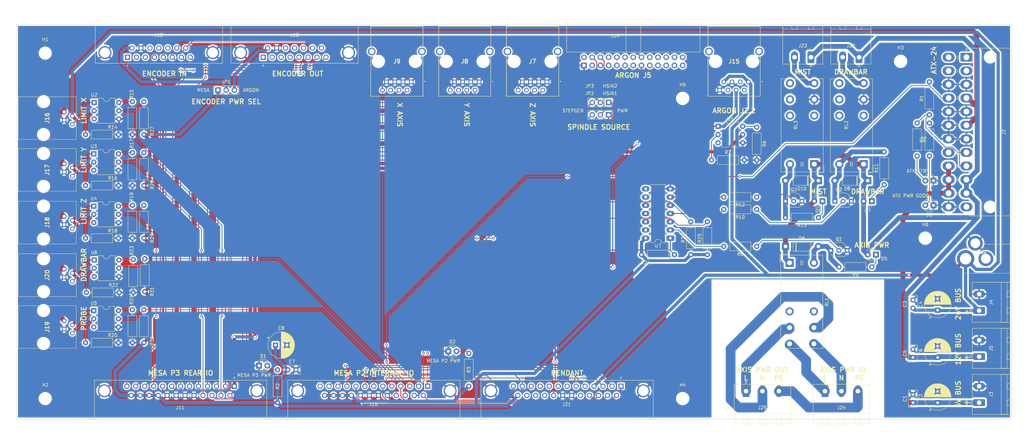
<source format=kicad_pcb>
(kicad_pcb (version 20171130) (host pcbnew 5.1.5-52549c5~86~ubuntu18.04.1)
  (layers (0 F.Cu signal) (31 B.Cu signal) (34 B.Paste user hide) (35 F.Paste user hide) (36 B.SilkS user) (37 F.SilkS user) (38 B.Mask user) (39 F.Mask user) (44 Edge.Cuts user))
  (net 0 "")
  (net 1 GND)
  (net 2 +5V)
  (net 3 +24V)
  (net 4 +12V)
  (net 5 +5VP)
  (net 6 "Net-(D1-Pad2)")
  (net 7 "Net-(D2-Pad2)")
  (net 8 "Net-(D3-Pad2)")
  (net 9 "Net-(D4-Pad2)")
  (net 10 "Net-(D5-Pad1)")
  (net 11 "Net-(D6-Pad2)")
  (net 12 "Net-(D7-Pad1)")
  (net 13 "Net-(D8-Pad2)")
  (net 14 "Net-(D9-Pad1)")
  (net 15 "Net-(D10-Pad2)")
  (net 16 "Net-(J1-Pad3)")
  (net 17 "Net-(J2-Pad20)")
  (net 18 /ATX_PWR)
  (net 19 "Net-(J2-Pad14)")
  (net 20 "Net-(J2-Pad1)")
  (net 21 "Net-(J2-Pad9)")
  (net 22 "Net-(J2-Pad8)")
  (net 23 "/ARGON ESTOP/RS485_B")
  (net 24 "/ARGON ESTOP/RS485_A")
  (net 25 "/MESA P3 REAR IO/IO_02_STEPGEN_00_STEP")
  (net 26 /ALARM)
  (net 27 "/X MOT/ENABLE")
  (net 28 "/X MOT/DIR")
  (net 29 "/MESA P3 REAR IO/IO_06_STEPGEN_01_STEP")
  (net 30 "/Y MOT/ENABLE")
  (net 31 "/Y MOT/DIR")
  (net 32 "/MESA P3 REAR IO/IO_09_STEPGEN_02_STEP")
  (net 33 "/Z MOT/ENABLE")
  (net 34 "/Z MOT/DIR")
  (net 35 "/MESA P2 INTERNAL IO/MESA_5V")
  (net 36 /PROBE)
  (net 37 /DRAWBAR_SW)
  (net 38 /MIST)
  (net 39 /PENDANT_SELX)
  (net 40 "/MESA P2 INTERNAL IO/IO_33_QUAD_01_IDX")
  (net 41 /PENDANT_ENC_B)
  (net 42 /PENDANT_ENC_A)
  (net 43 /DRAWBAR_VALVE)
  (net 44 /PENDANT_SELY)
  (net 45 /PENDANT_SELZ)
  (net 46 /PENDANT_SELA)
  (net 47 /PENDANT_MULX1)
  (net 48 /PENDANT_MULX10)
  (net 49 /PENDANT_MULX100)
  (net 50 /AXIS_PWR)
  (net 51 /LIMIT_Y)
  (net 52 /SPINDLE_PWM_DIR)
  (net 53 /LIMIT_X)
  (net 54 /SPINDLE_PWM_SIG)
  (net 55 /SPINDLE_ENC_IDX)
  (net 56 /SPINDLE_ENC_B)
  (net 57 /SPINDLE_ENC_A)
  (net 58 /LIMIT_Z)
  (net 59 /SPINDLE_STEPGEN_DIR)
  (net 60 /SPINDLE_STEPGEN_STEP)
  (net 61 /ESTOP)
  (net 62 "/ARGON ENCODER/IDX-")
  (net 63 "Net-(J12-Pad13)")
  (net 64 "Net-(J12-Pad12)")
  (net 65 "Net-(J12-Pad11)")
  (net 66 "Net-(J12-Pad9)")
  (net 67 "/ARGON ENCODER/A-")
  (net 68 "/ARGON ENCODER/B-")
  (net 69 "Net-(J12-Pad4)")
  (net 70 "Net-(J12-Pad3)")
  (net 71 "Net-(J12-Pad2)")
  (net 72 "Net-(J12-Pad1)")
  (net 73 "Net-(J13-Pad13)")
  (net 74 "Net-(J13-Pad12)")
  (net 75 "Net-(J13-Pad11)")
  (net 76 "/ARGON ENCODER/ARGON5V")
  (net 77 "Net-(J13-Pad4)")
  (net 78 "Net-(J13-Pad3)")
  (net 79 "Net-(J13-Pad2)")
  (net 80 "Net-(J13-Pad1)")
  (net 81 "Net-(J14-Pad26)")
  (net 82 "Net-(J14-Pad25)")
  (net 83 "Net-(J14-Pad24)")
  (net 84 "Net-(J14-Pad23)")
  (net 85 "Net-(J14-Pad22)")
  (net 86 "Net-(J14-Pad21)")
  (net 87 "Net-(J14-Pad20)")
  (net 88 "Net-(J14-Pad19)")
  (net 89 "Net-(J14-Pad18)")
  (net 90 "Net-(J14-Pad17)")
  (net 91 "Net-(J14-Pad14)")
  (net 92 "Net-(J14-Pad13)")
  (net 93 "Net-(J14-Pad12)")
  (net 94 "Net-(J14-Pad11)")
  (net 95 "Net-(J14-Pad10)")
  (net 96 "Net-(J14-Pad9)")
  (net 97 "Net-(J14-Pad8)")
  (net 98 "Net-(J14-Pad7)")
  (net 99 "Net-(J14-Pad6)")
  (net 100 "Net-(J14-Pad5)")
  (net 101 "Net-(J14-Pad4)")
  (net 102 "Net-(J14-Pad3)")
  (net 103 "Net-(J14-Pad2)")
  (net 104 "Net-(J15-Pad2)")
  (net 105 "/ARGON ESTOP/ESTOP+")
  (net 106 "Net-(J21-Pad24)")
  (net 107 "Net-(J21-Pad23)")
  (net 108 "Net-(J21-Pad22)")
  (net 109 "Net-(J21-Pad18)")
  (net 110 "Net-(J21-Pad17)")
  (net 111 "Net-(J21-Pad13)")
  (net 112 "Net-(J21-Pad10)")
  (net 113 "Net-(J21-Pad9)")
  (net 114 "Net-(J21-Pad8)")
  (net 115 "Net-(J21-Pad7)")
  (net 116 "Net-(J21-Pad6)")
  (net 117 "Net-(Q1-Pad2)")
  (net 118 "Net-(Q2-Pad2)")
  (net 119 "Net-(Q3-Pad2)")
  (net 120 "Net-(R6-Pad1)")
  (net 121 "Net-(R7-Pad1)")
  (net 122 "/AXIS POWER RELAY/ENABLE")
  (net 123 "/DRAWBAR RELAY/ENABLE")
  (net 124 "/MIST RELAY/ENABLE")
  (net 125 "Net-(R14-Pad1)")
  (net 126 "Net-(R15-Pad1)")
  (net 127 "Net-(R16-Pad1)")
  (net 128 "Net-(R17-Pad1)")
  (net 129 "Net-(R18-Pad1)")
  (net 130 "Net-(R19-Pad1)")
  (net 131 "Net-(R20-Pad1)")
  (net 132 "Net-(R21-Pad1)")
  (net 133 "Net-(R22-Pad1)")
  (net 134 "Net-(R23-Pad1)")
  (net 135 "Net-(RL1-Pad7)")
  (net 136 "Net-(RL1-Pad2)")
  (net 137 "Net-(RL2-Pad7)")
  (net 138 "/DRAWBAR RELAY/OUT_B")
  (net 139 "/DRAWBAR RELAY/IN_B")
  (net 140 "/DRAWBAR RELAY/IN_A")
  (net 141 "Net-(RL2-Pad2)")
  (net 142 "Net-(RL3-Pad7)")
  (net 143 "/MIST RELAY/OUT_B")
  (net 144 "/MIST RELAY/IN_B")
  (net 145 "/MIST RELAY/IN_A")
  (net 146 "Net-(RL3-Pad2)")
  (net 147 "Net-(U1-Pad3)")
  (net 148 "Net-(U2-Pad3)")
  (net 149 "Net-(U3-Pad3)")
  (net 150 "Net-(U4-Pad3)")
  (net 151 "Net-(U5-Pad3)")
  (net 152 "Net-(U6-Pad3)")
  (net 153 /PE)
  (net 154 /N_IN)
  (net 155 /L_IN)
  (net 156 /N_OUT)
  (net 157 /L_OUT)
  (net 158 "Net-(J16-Pad4)")
  (net 159 "Net-(J17-Pad4)")
  (net 160 "Net-(J18-Pad4)")
  (net 161 "Net-(J19-Pad4)")
  (net 162 "Net-(J20-Pad4)")
  (module MountingHole:MountingHole_3.2mm_M3 (layer F.Cu) (at 264.16 171.45)
    (fp_text reference H6 (at 0 -4.2) (layer F.SilkS))
    (fp_text value MountingHole)
    (pad 1 np_thru_hole circle (at 0 0) (size 3.2 3.2) (drill 3.2) (layers *.Cu *.Mask))
  )
  (module MountingHole:MountingHole_3.2mm_M3 (layer F.Cu) (at 189.23 128.27)
    (fp_text reference H5 (at 0 -4.2) (layer F.SilkS))
    (fp_text value MountingHole)
    (pad 1 np_thru_hole circle (at 0 0) (size 3.2 3.2) (drill 3.2) (layers *.Cu *.Mask))
  )
  (module Connector_Dsub:DSUB-15_Female_Horizontal_P2.77x2.84mm_EdgePinOffset7.70mm_Housed_MountingHolesOffset9.12mm (layer F.Cu) (at 17.78 115.57 180)
    (fp_text reference J12 (at -9.695 6.858) (layer F.SilkS))
    (fp_text value "ENCODER IN" (at -11.43 -5.08 180) (layer F.SilkS) (effects (font (size 1.5 1.5) (thickness 0.3))))
    (pad 0 thru_hole circle (at 6.955 1.42 180) (size 4 4) (drill 3.2) (layers *.Cu *.Mask) (net 1 GND))
    (pad 0 thru_hole circle (at -26.345 1.42 180) (size 4 4) (drill 3.2) (layers *.Cu *.Mask) (net 1 GND))
    (pad 15 thru_hole circle (at -18.005 2.84 180) (size 1.6 1.6) (drill 1) (layers *.Cu *.Mask) (net 55 /SPINDLE_ENC_IDX))
    (pad 14 thru_hole circle (at -15.235 2.84 180) (size 1.6 1.6) (drill 1) (layers *.Cu *.Mask) (net 62 "/ARGON ENCODER/IDX-"))
    (pad 13 thru_hole circle (at -12.465 2.84 180) (size 1.6 1.6) (drill 1) (layers *.Cu *.Mask) (net 63 "Net-(J12-Pad13)"))
    (pad 12 thru_hole circle (at -9.695 2.84 180) (size 1.6 1.6) (drill 1) (layers *.Cu *.Mask) (net 64 "Net-(J12-Pad12)"))
    (pad 11 thru_hole circle (at -6.925 2.84 180) (size 1.6 1.6) (drill 1) (layers *.Cu *.Mask) (net 65 "Net-(J12-Pad11)"))
    (pad 10 thru_hole circle (at -4.155 2.84 180) (size 1.6 1.6) (drill 1) (layers *.Cu *.Mask) (net 1 GND))
    (pad 9 thru_hole circle (at -1.385 2.84 180) (size 1.6 1.6) (drill 1) (layers *.Cu *.Mask) (net 66 "Net-(J12-Pad9)"))
    (pad 8 thru_hole circle (at -19.39 0 180) (size 1.6 1.6) (drill 1) (layers *.Cu *.Mask) (net 57 /SPINDLE_ENC_A))
    (pad 7 thru_hole circle (at -16.62 0 180) (size 1.6 1.6) (drill 1) (layers *.Cu *.Mask) (net 67 "/ARGON ENCODER/A-"))
    (pad 6 thru_hole circle (at -13.85 0 180) (size 1.6 1.6) (drill 1) (layers *.Cu *.Mask) (net 56 /SPINDLE_ENC_B))
    (pad 5 thru_hole circle (at -11.08 0 180) (size 1.6 1.6) (drill 1) (layers *.Cu *.Mask) (net 68 "/ARGON ENCODER/B-"))
    (pad 4 thru_hole circle (at -8.31 0 180) (size 1.6 1.6) (drill 1) (layers *.Cu *.Mask) (net 69 "Net-(J12-Pad4)"))
    (pad 3 thru_hole circle (at -5.54 0 180) (size 1.6 1.6) (drill 1) (layers *.Cu *.Mask) (net 70 "Net-(J12-Pad3)"))
    (pad 2 thru_hole circle (at -2.77 0 180) (size 1.6 1.6) (drill 1) (layers *.Cu *.Mask) (net 71 "Net-(J12-Pad2)"))
    (pad 1 thru_hole rect (at 0 0 180) (size 1.6 1.6) (drill 1) (layers *.Cu *.Mask) (net 72 "Net-(J12-Pad1)"))
  )
  (module Connector_Dsub:DSUB-25_Female_Horizontal_P2.77x2.84mm_EdgePinOffset7.70mm_Housed_MountingHolesOffset9.12mm (layer F.Cu) (at 170.18 217.17)
    (fp_text reference J21 (at -16.764 5.588) (layer F.SilkS))
    (fp_text value PENDANT (at -16.62 -4.064) (layer F.SilkS) (effects (font (size 1.5 1.5) (thickness 0.3))))
    (pad 0 thru_hole circle (at 6.93 1.42) (size 4 4) (drill 3.2) (layers *.Cu *.Mask) (net 1 GND))
    (pad 0 thru_hole circle (at -40.17 1.42) (size 4 4) (drill 3.2) (layers *.Cu *.Mask) (net 1 GND))
    (pad 25 thru_hole circle (at -31.855 2.84) (size 1.6 1.6) (drill 1) (layers *.Cu *.Mask) (net 5 +5VP))
    (pad 24 thru_hole circle (at -29.085 2.84) (size 1.6 1.6) (drill 1) (layers *.Cu *.Mask) (net 106 "Net-(J21-Pad24)"))
    (pad 23 thru_hole circle (at -26.315 2.84) (size 1.6 1.6) (drill 1) (layers *.Cu *.Mask) (net 107 "Net-(J21-Pad23)"))
    (pad 22 thru_hole circle (at -23.545 2.84) (size 1.6 1.6) (drill 1) (layers *.Cu *.Mask) (net 108 "Net-(J21-Pad22)"))
    (pad 21 thru_hole circle (at -20.775 2.84) (size 1.6 1.6) (drill 1) (layers *.Cu *.Mask) (net 105 "/ARGON ESTOP/ESTOP+"))
    (pad 20 thru_hole circle (at -18.005 2.84) (size 1.6 1.6) (drill 1) (layers *.Cu *.Mask) (net 1 GND))
    (pad 19 thru_hole circle (at -15.235 2.84) (size 1.6 1.6) (drill 1) (layers *.Cu *.Mask) (net 1 GND))
    (pad 18 thru_hole circle (at -12.465 2.84) (size 1.6 1.6) (drill 1) (layers *.Cu *.Mask) (net 109 "Net-(J21-Pad18)"))
    (pad 17 thru_hole circle (at -9.695 2.84) (size 1.6 1.6) (drill 1) (layers *.Cu *.Mask) (net 110 "Net-(J21-Pad17)"))
    (pad 16 thru_hole circle (at -6.925 2.84) (size 1.6 1.6) (drill 1) (layers *.Cu *.Mask) (net 49 /PENDANT_MULX100))
    (pad 15 thru_hole circle (at -4.155 2.84) (size 1.6 1.6) (drill 1) (layers *.Cu *.Mask) (net 47 /PENDANT_MULX1))
    (pad 14 thru_hole circle (at -1.385 2.84) (size 1.6 1.6) (drill 1) (layers *.Cu *.Mask) (net 44 /PENDANT_SELY))
    (pad 13 thru_hole circle (at -33.24 0) (size 1.6 1.6) (drill 1) (layers *.Cu *.Mask) (net 111 "Net-(J21-Pad13)"))
    (pad 12 thru_hole circle (at -30.47 0) (size 1.6 1.6) (drill 1) (layers *.Cu *.Mask) (net 41 /PENDANT_ENC_B))
    (pad 11 thru_hole circle (at -27.7 0) (size 1.6 1.6) (drill 1) (layers *.Cu *.Mask) (net 42 /PENDANT_ENC_A))
    (pad 10 thru_hole circle (at -24.93 0) (size 1.6 1.6) (drill 1) (layers *.Cu *.Mask) (net 112 "Net-(J21-Pad10)"))
    (pad 9 thru_hole circle (at -22.16 0) (size 1.6 1.6) (drill 1) (layers *.Cu *.Mask) (net 113 "Net-(J21-Pad9)"))
    (pad 8 thru_hole circle (at -19.39 0) (size 1.6 1.6) (drill 1) (layers *.Cu *.Mask) (net 114 "Net-(J21-Pad8)"))
    (pad 7 thru_hole circle (at -16.62 0) (size 1.6 1.6) (drill 1) (layers *.Cu *.Mask) (net 115 "Net-(J21-Pad7)"))
    (pad 6 thru_hole circle (at -13.85 0) (size 1.6 1.6) (drill 1) (layers *.Cu *.Mask) (net 116 "Net-(J21-Pad6)"))
    (pad 5 thru_hole circle (at -11.08 0) (size 1.6 1.6) (drill 1) (layers *.Cu *.Mask) (net 46 /PENDANT_SELA))
    (pad 4 thru_hole circle (at -8.31 0) (size 1.6 1.6) (drill 1) (layers *.Cu *.Mask) (net 3 +24V))
    (pad 3 thru_hole circle (at -5.54 0) (size 1.6 1.6) (drill 1) (layers *.Cu *.Mask) (net 48 /PENDANT_MULX10))
    (pad 2 thru_hole circle (at -2.77 0) (size 1.6 1.6) (drill 1) (layers *.Cu *.Mask) (net 45 /PENDANT_SELZ))
    (pad 1 thru_hole rect (at 0 0) (size 1.6 1.6) (drill 1) (layers *.Cu *.Mask) (net 39 /PENDANT_SELX))
  )
  (module Connector_Dsub:DSUB-25_Female_Horizontal_P2.77x2.84mm_EdgePinOffset7.70mm_Housed_MountingHolesOffset9.12mm (layer F.Cu) (at 110.49 217.17)
    (fp_text reference J10 (at -16.764 5.588) (layer F.SilkS))
    (fp_text value "MESA P2 INTERNAL IO" (at -16.62 -4.064) (layer F.SilkS) (effects (font (size 1.5 1.5) (thickness 0.3))))
    (pad 0 thru_hole circle (at 6.93 1.42) (size 4 4) (drill 3.2) (layers *.Cu *.Mask) (net 1 GND))
    (pad 0 thru_hole circle (at -40.17 1.42) (size 4 4) (drill 3.2) (layers *.Cu *.Mask) (net 1 GND))
    (pad 25 thru_hole circle (at -31.855 2.84) (size 1.6 1.6) (drill 1) (layers *.Cu *.Mask) (net 35 "/MESA P2 INTERNAL IO/MESA_5V"))
    (pad 24 thru_hole circle (at -29.085 2.84) (size 1.6 1.6) (drill 1) (layers *.Cu *.Mask) (net 35 "/MESA P2 INTERNAL IO/MESA_5V"))
    (pad 23 thru_hole circle (at -26.315 2.84) (size 1.6 1.6) (drill 1) (layers *.Cu *.Mask) (net 35 "/MESA P2 INTERNAL IO/MESA_5V"))
    (pad 22 thru_hole circle (at -23.545 2.84) (size 1.6 1.6) (drill 1) (layers *.Cu *.Mask) (net 35 "/MESA P2 INTERNAL IO/MESA_5V"))
    (pad 21 thru_hole circle (at -20.775 2.84) (size 1.6 1.6) (drill 1) (layers *.Cu *.Mask) (net 1 GND))
    (pad 20 thru_hole circle (at -18.005 2.84) (size 1.6 1.6) (drill 1) (layers *.Cu *.Mask) (net 1 GND))
    (pad 19 thru_hole circle (at -15.235 2.84) (size 1.6 1.6) (drill 1) (layers *.Cu *.Mask) (net 1 GND))
    (pad 18 thru_hole circle (at -12.465 2.84) (size 1.6 1.6) (drill 1) (layers *.Cu *.Mask) (net 1 GND))
    (pad 17 thru_hole circle (at -9.695 2.84) (size 1.6 1.6) (drill 1) (layers *.Cu *.Mask) (net 36 /PROBE))
    (pad 16 thru_hole circle (at -6.925 2.84) (size 1.6 1.6) (drill 1) (layers *.Cu *.Mask) (net 37 /DRAWBAR_SW))
    (pad 15 thru_hole circle (at -4.155 2.84) (size 1.6 1.6) (drill 1) (layers *.Cu *.Mask) (net 38 /MIST))
    (pad 14 thru_hole circle (at -1.385 2.84) (size 1.6 1.6) (drill 1) (layers *.Cu *.Mask) (net 39 /PENDANT_SELX))
    (pad 13 thru_hole circle (at -33.24 0) (size 1.6 1.6) (drill 1) (layers *.Cu *.Mask) (net 40 "/MESA P2 INTERNAL IO/IO_33_QUAD_01_IDX"))
    (pad 12 thru_hole circle (at -30.47 0) (size 1.6 1.6) (drill 1) (layers *.Cu *.Mask) (net 41 /PENDANT_ENC_B))
    (pad 11 thru_hole circle (at -27.7 0) (size 1.6 1.6) (drill 1) (layers *.Cu *.Mask) (net 42 /PENDANT_ENC_A))
    (pad 10 thru_hole circle (at -24.93 0) (size 1.6 1.6) (drill 1) (layers *.Cu *.Mask) (net 43 /DRAWBAR_VALVE))
    (pad 9 thru_hole circle (at -22.16 0) (size 1.6 1.6) (drill 1) (layers *.Cu *.Mask) (net 44 /PENDANT_SELY))
    (pad 8 thru_hole circle (at -19.39 0) (size 1.6 1.6) (drill 1) (layers *.Cu *.Mask) (net 45 /PENDANT_SELZ))
    (pad 7 thru_hole circle (at -16.62 0) (size 1.6 1.6) (drill 1) (layers *.Cu *.Mask) (net 46 /PENDANT_SELA))
    (pad 6 thru_hole circle (at -13.85 0) (size 1.6 1.6) (drill 1) (layers *.Cu *.Mask) (net 47 /PENDANT_MULX1))
    (pad 5 thru_hole circle (at -11.08 0) (size 1.6 1.6) (drill 1) (layers *.Cu *.Mask) (net 48 /PENDANT_MULX10))
    (pad 4 thru_hole circle (at -8.31 0) (size 1.6 1.6) (drill 1) (layers *.Cu *.Mask) (net 49 /PENDANT_MULX100))
    (pad 3 thru_hole circle (at -5.54 0) (size 1.6 1.6) (drill 1) (layers *.Cu *.Mask) (net 18 /ATX_PWR))
    (pad 2 thru_hole circle (at -2.77 0) (size 1.6 1.6) (drill 1) (layers *.Cu *.Mask) (net 26 /ALARM))
    (pad 1 thru_hole rect (at 0 0) (size 1.6 1.6) (drill 1) (layers *.Cu *.Mask) (net 50 /AXIS_PWR))
  )
  (module Connector_IDC:IDC-Header_2x13_P2.54mm_Horizontal (layer F.Cu) (at 158.75 118.11 90)
    (fp_text reference J14 (at 9.144 9.652) (layer F.SilkS))
    (fp_text value "ARGON J5" (at -3.048 15.24 180) (layer F.SilkS) (effects (font (size 1.5 1.5) (thickness 0.3))))
    (pad 26 thru_hole oval (at 2.54 30.48 90) (size 1.7272 1.7272) (drill 1.016) (layers *.Cu *.Mask) (net 81 "Net-(J14-Pad26)"))
    (pad 25 thru_hole oval (at 0 30.48 90) (size 1.7272 1.7272) (drill 1.016) (layers *.Cu *.Mask) (net 82 "Net-(J14-Pad25)"))
    (pad 24 thru_hole oval (at 2.54 27.94 90) (size 1.7272 1.7272) (drill 1.016) (layers *.Cu *.Mask) (net 83 "Net-(J14-Pad24)"))
    (pad 23 thru_hole oval (at 0 27.94 90) (size 1.7272 1.7272) (drill 1.016) (layers *.Cu *.Mask) (net 84 "Net-(J14-Pad23)"))
    (pad 22 thru_hole oval (at 2.54 25.4 90) (size 1.7272 1.7272) (drill 1.016) (layers *.Cu *.Mask) (net 85 "Net-(J14-Pad22)"))
    (pad 21 thru_hole oval (at 0 25.4 90) (size 1.7272 1.7272) (drill 1.016) (layers *.Cu *.Mask) (net 86 "Net-(J14-Pad21)"))
    (pad 20 thru_hole oval (at 2.54 22.86 90) (size 1.7272 1.7272) (drill 1.016) (layers *.Cu *.Mask) (net 87 "Net-(J14-Pad20)"))
    (pad 19 thru_hole oval (at 0 22.86 90) (size 1.7272 1.7272) (drill 1.016) (layers *.Cu *.Mask) (net 88 "Net-(J14-Pad19)"))
    (pad 18 thru_hole oval (at 2.54 20.32 90) (size 1.7272 1.7272) (drill 1.016) (layers *.Cu *.Mask) (net 89 "Net-(J14-Pad18)"))
    (pad 17 thru_hole oval (at 0 20.32 90) (size 1.7272 1.7272) (drill 1.016) (layers *.Cu *.Mask) (net 90 "Net-(J14-Pad17)"))
    (pad 16 thru_hole oval (at 2.54 17.78 90) (size 1.7272 1.7272) (drill 1.016) (layers *.Cu *.Mask) (net 26 /ALARM))
    (pad 15 thru_hole oval (at 0 17.78 90) (size 1.7272 1.7272) (drill 1.016) (layers *.Cu *.Mask) (net 1 GND))
    (pad 14 thru_hole oval (at 2.54 15.24 90) (size 1.7272 1.7272) (drill 1.016) (layers *.Cu *.Mask) (net 91 "Net-(J14-Pad14)"))
    (pad 13 thru_hole oval (at 0 15.24 90) (size 1.7272 1.7272) (drill 1.016) (layers *.Cu *.Mask) (net 92 "Net-(J14-Pad13)"))
    (pad 12 thru_hole oval (at 2.54 12.7 90) (size 1.7272 1.7272) (drill 1.016) (layers *.Cu *.Mask) (net 93 "Net-(J14-Pad12)"))
    (pad 11 thru_hole oval (at 0 12.7 90) (size 1.7272 1.7272) (drill 1.016) (layers *.Cu *.Mask) (net 94 "Net-(J14-Pad11)"))
    (pad 10 thru_hole oval (at 2.54 10.16 90) (size 1.7272 1.7272) (drill 1.016) (layers *.Cu *.Mask) (net 95 "Net-(J14-Pad10)"))
    (pad 9 thru_hole oval (at 0 10.16 90) (size 1.7272 1.7272) (drill 1.016) (layers *.Cu *.Mask) (net 96 "Net-(J14-Pad9)"))
    (pad 8 thru_hole oval (at 2.54 7.62 90) (size 1.7272 1.7272) (drill 1.016) (layers *.Cu *.Mask) (net 97 "Net-(J14-Pad8)"))
    (pad 7 thru_hole oval (at 0 7.62 90) (size 1.7272 1.7272) (drill 1.016) (layers *.Cu *.Mask) (net 98 "Net-(J14-Pad7)"))
    (pad 6 thru_hole oval (at 2.54 5.08 90) (size 1.7272 1.7272) (drill 1.016) (layers *.Cu *.Mask) (net 99 "Net-(J14-Pad6)"))
    (pad 5 thru_hole oval (at 0 5.08 90) (size 1.7272 1.7272) (drill 1.016) (layers *.Cu *.Mask) (net 100 "Net-(J14-Pad5)"))
    (pad 4 thru_hole oval (at 2.54 2.54 90) (size 1.7272 1.7272) (drill 1.016) (layers *.Cu *.Mask) (net 101 "Net-(J14-Pad4)"))
    (pad 3 thru_hole oval (at 0 2.54 90) (size 1.7272 1.7272) (drill 1.016) (layers *.Cu *.Mask) (net 102 "Net-(J14-Pad3)"))
    (pad 2 thru_hole oval (at 2.54 0 90) (size 1.7272 1.7272) (drill 1.016) (layers *.Cu *.Mask) (net 103 "Net-(J14-Pad2)"))
    (pad 1 thru_hole rect (at 0 0 90) (size 1.7272 1.7272) (drill 1.016) (layers *.Cu *.Mask) (net 1 GND))
  )
  (module Connector_Dsub:DSUB-15_Female_Horizontal_P2.77x2.84mm_EdgePinOffset7.70mm_Housed_MountingHolesOffset9.12mm (layer F.Cu) (at 59.69 115.57 180)
    (fp_text reference J13 (at -9.652 6.858) (layer F.SilkS))
    (fp_text value "ENCODER OUT" (at -10.668 -5.08) (layer F.SilkS) (effects (font (size 1.5 1.5) (thickness 0.3))))
    (pad 0 thru_hole circle (at 6.955 1.42 180) (size 4 4) (drill 3.2) (layers *.Cu *.Mask) (net 1 GND))
    (pad 0 thru_hole circle (at -26.345 1.42 180) (size 4 4) (drill 3.2) (layers *.Cu *.Mask) (net 1 GND))
    (pad 15 thru_hole circle (at -18.005 2.84 180) (size 1.6 1.6) (drill 1) (layers *.Cu *.Mask) (net 55 /SPINDLE_ENC_IDX))
    (pad 14 thru_hole circle (at -15.235 2.84 180) (size 1.6 1.6) (drill 1) (layers *.Cu *.Mask) (net 62 "/ARGON ENCODER/IDX-"))
    (pad 13 thru_hole circle (at -12.465 2.84 180) (size 1.6 1.6) (drill 1) (layers *.Cu *.Mask) (net 73 "Net-(J13-Pad13)"))
    (pad 12 thru_hole circle (at -9.695 2.84 180) (size 1.6 1.6) (drill 1) (layers *.Cu *.Mask) (net 74 "Net-(J13-Pad12)"))
    (pad 11 thru_hole circle (at -6.925 2.84 180) (size 1.6 1.6) (drill 1) (layers *.Cu *.Mask) (net 75 "Net-(J13-Pad11)"))
    (pad 10 thru_hole circle (at -4.155 2.84 180) (size 1.6 1.6) (drill 1) (layers *.Cu *.Mask) (net 1 GND))
    (pad 9 thru_hole circle (at -1.385 2.84 180) (size 1.6 1.6) (drill 1) (layers *.Cu *.Mask) (net 76 "/ARGON ENCODER/ARGON5V"))
    (pad 8 thru_hole circle (at -19.39 0 180) (size 1.6 1.6) (drill 1) (layers *.Cu *.Mask) (net 57 /SPINDLE_ENC_A))
    (pad 7 thru_hole circle (at -16.62 0 180) (size 1.6 1.6) (drill 1) (layers *.Cu *.Mask) (net 67 "/ARGON ENCODER/A-"))
    (pad 6 thru_hole circle (at -13.85 0 180) (size 1.6 1.6) (drill 1) (layers *.Cu *.Mask) (net 56 /SPINDLE_ENC_B))
    (pad 5 thru_hole circle (at -11.08 0 180) (size 1.6 1.6) (drill 1) (layers *.Cu *.Mask) (net 68 "/ARGON ENCODER/B-"))
    (pad 4 thru_hole circle (at -8.31 0 180) (size 1.6 1.6) (drill 1) (layers *.Cu *.Mask) (net 77 "Net-(J13-Pad4)"))
    (pad 3 thru_hole circle (at -5.54 0 180) (size 1.6 1.6) (drill 1) (layers *.Cu *.Mask) (net 78 "Net-(J13-Pad3)"))
    (pad 2 thru_hole circle (at -2.77 0 180) (size 1.6 1.6) (drill 1) (layers *.Cu *.Mask) (net 79 "Net-(J13-Pad2)"))
    (pad 1 thru_hole rect (at 0 0 180) (size 1.6 1.6) (drill 1) (layers *.Cu *.Mask) (net 80 "Net-(J13-Pad1)"))
  )
  (module Capacitor_THT:C_Disc_D5.0mm_W2.5mm_P2.50mm (layer F.Cu) (at 67.31 212.09)
    (fp_text reference C7 (at 1.25 -2.5) (layer F.SilkS))
    (fp_text value 100n)
    (pad 2 thru_hole circle (at 2.5 0) (size 1.6 1.6) (drill 0.8) (layers *.Cu *.Mask) (net 1 GND))
    (pad 1 thru_hole circle (at 0 0) (size 1.6 1.6) (drill 0.8) (layers *.Cu *.Mask) (net 5 +5VP))
  )
  (module Capacitor_THT:C_Disc_D5.0mm_W2.5mm_P2.50mm (layer F.Cu) (at 260.35 208.28 90)
    (fp_text reference C5 (at 1.25 -2.5 90) (layer F.SilkS))
    (fp_text value 100n)
    (pad 1 thru_hole circle (at 0 0 90) (size 1.6 1.6) (drill 0.8) (layers *.Cu *.Mask) (net 4 +12V))
    (pad 2 thru_hole circle (at 2.5 0 90) (size 1.6 1.6) (drill 0.8) (layers *.Cu *.Mask) (net 1 GND))
  )
  (module Capacitor_THT:C_Disc_D5.0mm_W2.5mm_P2.50mm (layer F.Cu) (at 260.35 193.04 90)
    (fp_text reference C3 (at 1.25 -2.5 90) (layer F.SilkS))
    (fp_text value 100n)
    (pad 1 thru_hole circle (at 0 0 90) (size 1.6 1.6) (drill 0.8) (layers *.Cu *.Mask) (net 3 +24V))
    (pad 2 thru_hole circle (at 2.5 0 90) (size 1.6 1.6) (drill 0.8) (layers *.Cu *.Mask) (net 1 GND))
  )
  (module Capacitor_THT:C_Disc_D5.0mm_W2.5mm_P2.50mm (layer F.Cu) (at 260.35 222.25 90)
    (fp_text reference C1 (at 1.25 -2.5 90) (layer F.SilkS))
    (fp_text value 100n)
    (pad 1 thru_hole circle (at 0 0 90) (size 1.6 1.6) (drill 0.8) (layers *.Cu *.Mask) (net 2 +5V))
    (pad 2 thru_hole circle (at 2.5 0 90) (size 1.6 1.6) (drill 0.8) (layers *.Cu *.Mask) (net 1 GND))
  )
  (module Capacitor_THT:CP_Radial_D8.0mm_P3.50mm (layer F.Cu) (at 63.5 204.47)
    (fp_text reference C8 (at 1.75 -5.25) (layer F.SilkS))
    (fp_text value 100uF)
    (pad 2 thru_hole circle (at 3.5 0) (size 1.6 1.6) (drill 0.8) (layers *.Cu *.Mask) (net 1 GND))
    (pad 1 thru_hole rect (at 0 0) (size 1.6 1.6) (drill 0.8) (layers *.Cu *.Mask) (net 5 +5VP))
  )
  (module Capacitor_THT:CP_Radial_D8.0mm_P3.50mm (layer F.Cu) (at 267.97 208.28 90)
    (fp_text reference C6 (at 1.75 -5.25 90) (layer F.SilkS))
    (fp_text value 100uF)
    (pad 2 thru_hole circle (at 3.5 0 90) (size 1.6 1.6) (drill 0.8) (layers *.Cu *.Mask) (net 1 GND))
    (pad 1 thru_hole rect (at 0 0 90) (size 1.6 1.6) (drill 0.8) (layers *.Cu *.Mask) (net 4 +12V))
  )
  (module Capacitor_THT:CP_Radial_D8.0mm_P3.50mm (layer F.Cu) (at 267.97 193.675 90)
    (fp_text reference C4 (at 1.75 -5.25 90) (layer F.SilkS))
    (fp_text value 100uF)
    (pad 2 thru_hole circle (at 3.5 0 90) (size 1.6 1.6) (drill 0.8) (layers *.Cu *.Mask) (net 1 GND))
    (pad 1 thru_hole rect (at 0 0 90) (size 1.6 1.6) (drill 0.8) (layers *.Cu *.Mask) (net 3 +24V))
  )
  (module Capacitor_THT:CP_Radial_D8.0mm_P3.50mm (layer F.Cu) (at 267.97 222.25 90)
    (fp_text reference C2 (at 1.75 -5.25 90) (layer F.SilkS))
    (fp_text value 100uF)
    (pad 2 thru_hole circle (at 3.5 0 90) (size 1.6 1.6) (drill 0.8) (layers *.Cu *.Mask) (net 1 GND))
    (pad 1 thru_hole rect (at 0 0 90) (size 1.6 1.6) (drill 0.8) (layers *.Cu *.Mask) (net 2 +5V))
  )
  (module SwitchCraft-BarrelJack-RAPC722BK:RAPC722BK (layer F.Cu) (at 276.606 177.8 90)
    (fp_text reference J1 (at 1.294 5.535 90) (layer F.SilkS) (effects (font (size 1.27 1.27) (thickness 0.254))))
    (fp_text value "24V DC IN" hide)
    (pad 3 thru_hole circle (at 0 6.25 90) (size 4.575 4.575) (drill 3.05) (layers *.Cu *.Mask) (net 16 "Net-(J1-Pad3)"))
    (pad 2 thru_hole circle (at 4.8 3 90) (size 4.575 4.575) (drill 3.05) (layers *.Cu *.Mask) (net 1 GND))
    (pad 1 thru_hole circle (at 0 0 90) (size 5.34 5.34) (drill 3.56) (layers *.Cu *.Mask) (net 3 +24V))
  )
  (module Wurth:615004141121 (layer F.Cu) (at -8.128 182.88 270)
    (fp_text reference J20 (at 0 -1.12 90) (layer F.SilkS) (effects (font (size 1.27 1.27) (thickness 0.254))))
    (fp_text value RJ14 hide)
    (pad 6 np_thru_hole circle (at 5.08 0 270) (size 3.2 0) (drill 3.2) (layers *.Cu *.Mask))
    (pad 5 np_thru_hole circle (at -5.08 0 270) (size 3.2 0) (drill 3.2) (layers *.Cu *.Mask))
    (pad 4 thru_hole circle (at 1.905 -8.89 270) (size 1.4 1.4) (drill 0.9) (layers *.Cu *.Mask) (net 162 "Net-(J20-Pad4)"))
    (pad 3 thru_hole circle (at 0.635 -6.35 270) (size 1.4 1.4) (drill 0.9) (layers *.Cu *.Mask) (net 1 GND))
    (pad 2 thru_hole circle (at -0.635 -8.89 270) (size 1.4 1.4) (drill 0.9) (layers *.Cu *.Mask) (net 3 +24V))
    (pad 1 thru_hole circle (at -1.905 -6.35 270) (size 1.4 1.4) (drill 0.9) (layers *.Cu *.Mask) (net 2 +5V))
  )
  (module Wurth:615004141121 (layer F.Cu) (at -8.128 198.882 270)
    (fp_text reference J19 (at 0 -1.12 90) (layer F.SilkS) (effects (font (size 1.27 1.27) (thickness 0.254))))
    (fp_text value RJ14 hide)
    (pad 6 np_thru_hole circle (at 5.08 0 270) (size 3.2 0) (drill 3.2) (layers *.Cu *.Mask))
    (pad 5 np_thru_hole circle (at -5.08 0 270) (size 3.2 0) (drill 3.2) (layers *.Cu *.Mask))
    (pad 4 thru_hole circle (at 1.905 -8.89 270) (size 1.4 1.4) (drill 0.9) (layers *.Cu *.Mask) (net 161 "Net-(J19-Pad4)"))
    (pad 3 thru_hole circle (at 0.635 -6.35 270) (size 1.4 1.4) (drill 0.9) (layers *.Cu *.Mask) (net 1 GND))
    (pad 2 thru_hole circle (at -0.635 -8.89 270) (size 1.4 1.4) (drill 0.9) (layers *.Cu *.Mask) (net 3 +24V))
    (pad 1 thru_hole circle (at -1.905 -6.35 270) (size 1.4 1.4) (drill 0.9) (layers *.Cu *.Mask) (net 2 +5V))
  )
  (module Wurth:615004141121 (layer F.Cu) (at -8.128 166.624 270)
    (fp_text reference J18 (at 0 -1.12 90) (layer F.SilkS) (effects (font (size 1.27 1.27) (thickness 0.254))))
    (fp_text value RJ14 hide)
    (pad 6 np_thru_hole circle (at 5.08 0 270) (size 3.2 0) (drill 3.2) (layers *.Cu *.Mask))
    (pad 5 np_thru_hole circle (at -5.08 0 270) (size 3.2 0) (drill 3.2) (layers *.Cu *.Mask))
    (pad 4 thru_hole circle (at 1.905 -8.89 270) (size 1.4 1.4) (drill 0.9) (layers *.Cu *.Mask) (net 160 "Net-(J18-Pad4)"))
    (pad 3 thru_hole circle (at 0.635 -6.35 270) (size 1.4 1.4) (drill 0.9) (layers *.Cu *.Mask) (net 1 GND))
    (pad 2 thru_hole circle (at -0.635 -8.89 270) (size 1.4 1.4) (drill 0.9) (layers *.Cu *.Mask) (net 3 +24V))
    (pad 1 thru_hole circle (at -1.905 -6.35 270) (size 1.4 1.4) (drill 0.9) (layers *.Cu *.Mask) (net 2 +5V))
  )
  (module Wurth:615004141121 (layer F.Cu) (at -8.128 150.368 270)
    (fp_text reference J17 (at 0 -1.12 90) (layer F.SilkS) (effects (font (size 1.27 1.27) (thickness 0.254))))
    (fp_text value RJ14 hide)
    (pad 6 np_thru_hole circle (at 5.08 0 270) (size 3.2 0) (drill 3.2) (layers *.Cu *.Mask))
    (pad 5 np_thru_hole circle (at -5.08 0 270) (size 3.2 0) (drill 3.2) (layers *.Cu *.Mask))
    (pad 4 thru_hole circle (at 1.905 -8.89 270) (size 1.4 1.4) (drill 0.9) (layers *.Cu *.Mask) (net 159 "Net-(J17-Pad4)"))
    (pad 3 thru_hole circle (at 0.635 -6.35 270) (size 1.4 1.4) (drill 0.9) (layers *.Cu *.Mask) (net 1 GND))
    (pad 2 thru_hole circle (at -0.635 -8.89 270) (size 1.4 1.4) (drill 0.9) (layers *.Cu *.Mask) (net 3 +24V))
    (pad 1 thru_hole circle (at -1.905 -6.35 270) (size 1.4 1.4) (drill 0.9) (layers *.Cu *.Mask) (net 2 +5V))
  )
  (module Wurth:615004141121 (layer F.Cu) (at -8.128 134.366 270)
    (fp_text reference J16 (at 0 -1.12 90) (layer F.SilkS) (effects (font (size 1.27 1.27) (thickness 0.254))))
    (fp_text value RJ14 hide)
    (pad 6 np_thru_hole circle (at 5.08 0 270) (size 3.2 0) (drill 3.2) (layers *.Cu *.Mask))
    (pad 5 np_thru_hole circle (at -5.08 0 270) (size 3.2 0) (drill 3.2) (layers *.Cu *.Mask))
    (pad 4 thru_hole circle (at 1.905 -8.89 270) (size 1.4 1.4) (drill 0.9) (layers *.Cu *.Mask) (net 158 "Net-(J16-Pad4)"))
    (pad 3 thru_hole circle (at 0.635 -6.35 270) (size 1.4 1.4) (drill 0.9) (layers *.Cu *.Mask) (net 1 GND))
    (pad 2 thru_hole circle (at -0.635 -8.89 270) (size 1.4 1.4) (drill 0.9) (layers *.Cu *.Mask) (net 3 +24V))
    (pad 1 thru_hole circle (at -1.905 -6.35 270) (size 1.4 1.4) (drill 0.9) (layers *.Cu *.Mask) (net 2 +5V))
  )
  (module Stewart:SS6488SANF1 (layer F.Cu) (at 209.55 123.19 180)
    (fp_text reference J15 (at 4.445 6.345) (layer F.SilkS) (effects (font (size 1.27 1.27) (thickness 0.254))))
    (fp_text value "ARGON J2.2" (at 4.445 -8.89) (layer F.SilkS) (effects (font (size 1.5 1.5) (thickness 0.3))))
    (pad MH4 thru_hole circle (at -3.3 9.4 180) (size 2.355 2.355) (drill 1.57) (layers *.Cu *.Mask))
    (pad MH3 thru_hole circle (at 12.19 9.4 180) (size 2.355 2.355) (drill 1.57) (layers *.Cu *.Mask))
    (pad MH2 np_thru_hole circle (at 10.16 6.35 180) (size 3.25 0) (drill 3.25) (layers *.Cu *.Mask))
    (pad MH1 np_thru_hole circle (at -1.27 6.35 180) (size 3.25 0) (drill 3.25) (layers *.Cu *.Mask))
    (pad 8 thru_hole circle (at 8.89 -2.54 180) (size 1.446 1.446) (drill 0.89) (layers *.Cu *.Mask) (net 1 GND))
    (pad 7 thru_hole circle (at 7.62 0 180) (size 1.446 1.446) (drill 0.89) (layers *.Cu *.Mask) (net 3 +24V))
    (pad 6 thru_hole circle (at 6.35 -2.54 180) (size 1.446 1.446) (drill 0.89) (layers *.Cu *.Mask) (net 23 "/ARGON ESTOP/RS485_B"))
    (pad 5 thru_hole circle (at 5.08 0 180) (size 1.446 1.446) (drill 0.89) (layers *.Cu *.Mask) (net 1 GND))
    (pad 4 thru_hole circle (at 3.81 -2.54 180) (size 1.446 1.446) (drill 0.89) (layers *.Cu *.Mask) (net 105 "/ARGON ESTOP/ESTOP+"))
    (pad 3 thru_hole circle (at 2.54 0 180) (size 1.446 1.446) (drill 0.89) (layers *.Cu *.Mask) (net 24 "/ARGON ESTOP/RS485_A"))
    (pad 2 thru_hole circle (at 1.27 -2.54 180) (size 1.446 1.446) (drill 0.89) (layers *.Cu *.Mask) (net 104 "Net-(J15-Pad2)"))
    (pad 1 thru_hole circle (at 0 0 180) (size 1.446 1.446) (drill 0.89) (layers *.Cu *.Mask) (net 3 +24V))
  )
  (module Stewart:SS6488SANF1 (layer F.Cu) (at 105.41 123.19 180)
    (fp_text reference J9 (at 4.445 6.345) (layer F.SilkS) (effects (font (size 1.27 1.27) (thickness 0.254))))
    (fp_text value RJ45 hide)
    (pad 1 thru_hole circle (at 0 0 180) (size 1.446 1.446) (drill 0.89) (layers *.Cu *.Mask) (net 1 GND))
    (pad 2 thru_hole circle (at 1.27 -2.54 180) (size 1.446 1.446) (drill 0.89) (layers *.Cu *.Mask) (net 32 "/MESA P3 REAR IO/IO_09_STEPGEN_02_STEP"))
    (pad 3 thru_hole circle (at 2.54 0 180) (size 1.446 1.446) (drill 0.89) (layers *.Cu *.Mask) (net 1 GND))
    (pad 4 thru_hole circle (at 3.81 -2.54 180) (size 1.446 1.446) (drill 0.89) (layers *.Cu *.Mask) (net 34 "/Z MOT/DIR"))
    (pad 5 thru_hole circle (at 5.08 0 180) (size 1.446 1.446) (drill 0.89) (layers *.Cu *.Mask) (net 1 GND))
    (pad 6 thru_hole circle (at 6.35 -2.54 180) (size 1.446 1.446) (drill 0.89) (layers *.Cu *.Mask) (net 33 "/Z MOT/ENABLE"))
    (pad 7 thru_hole circle (at 7.62 0 180) (size 1.446 1.446) (drill 0.89) (layers *.Cu *.Mask) (net 1 GND))
    (pad 8 thru_hole circle (at 8.89 -2.54 180) (size 1.446 1.446) (drill 0.89) (layers *.Cu *.Mask) (net 26 /ALARM))
    (pad MH1 np_thru_hole circle (at -1.27 6.35 180) (size 3.25 0) (drill 3.25) (layers *.Cu *.Mask))
    (pad MH2 np_thru_hole circle (at 10.16 6.35 180) (size 3.25 0) (drill 3.25) (layers *.Cu *.Mask))
    (pad MH3 thru_hole circle (at 12.19 9.4 180) (size 2.355 2.355) (drill 1.57) (layers *.Cu *.Mask))
    (pad MH4 thru_hole circle (at -3.3 9.4 180) (size 2.355 2.355) (drill 1.57) (layers *.Cu *.Mask))
  )
  (module Stewart:SS6488SANF1 (layer F.Cu) (at 126.365 123.19 180)
    (fp_text reference J8 (at 4.445 6.345) (layer F.SilkS) (effects (font (size 1.27 1.27) (thickness 0.254))))
    (fp_text value RJ45 hide)
    (pad 1 thru_hole circle (at 0 0 180) (size 1.446 1.446) (drill 0.89) (layers *.Cu *.Mask) (net 1 GND))
    (pad 2 thru_hole circle (at 1.27 -2.54 180) (size 1.446 1.446) (drill 0.89) (layers *.Cu *.Mask) (net 29 "/MESA P3 REAR IO/IO_06_STEPGEN_01_STEP"))
    (pad 3 thru_hole circle (at 2.54 0 180) (size 1.446 1.446) (drill 0.89) (layers *.Cu *.Mask) (net 1 GND))
    (pad 4 thru_hole circle (at 3.81 -2.54 180) (size 1.446 1.446) (drill 0.89) (layers *.Cu *.Mask) (net 31 "/Y MOT/DIR"))
    (pad 5 thru_hole circle (at 5.08 0 180) (size 1.446 1.446) (drill 0.89) (layers *.Cu *.Mask) (net 1 GND))
    (pad 6 thru_hole circle (at 6.35 -2.54 180) (size 1.446 1.446) (drill 0.89) (layers *.Cu *.Mask) (net 30 "/Y MOT/ENABLE"))
    (pad 7 thru_hole circle (at 7.62 0 180) (size 1.446 1.446) (drill 0.89) (layers *.Cu *.Mask) (net 1 GND))
    (pad 8 thru_hole circle (at 8.89 -2.54 180) (size 1.446 1.446) (drill 0.89) (layers *.Cu *.Mask) (net 26 /ALARM))
    (pad MH1 np_thru_hole circle (at -1.27 6.35 180) (size 3.25 0) (drill 3.25) (layers *.Cu *.Mask))
    (pad MH2 np_thru_hole circle (at 10.16 6.35 180) (size 3.25 0) (drill 3.25) (layers *.Cu *.Mask))
    (pad MH3 thru_hole circle (at 12.19 9.4 180) (size 2.355 2.355) (drill 1.57) (layers *.Cu *.Mask))
    (pad MH4 thru_hole circle (at -3.3 9.4 180) (size 2.355 2.355) (drill 1.57) (layers *.Cu *.Mask))
  )
  (module Stewart:SS6488SANF1 (layer F.Cu) (at 147.32 123.19 180)
    (fp_text reference J7 (at 4.445 6.345) (layer F.SilkS) (effects (font (size 1.27 1.27) (thickness 0.254))))
    (fp_text value RJ45 hide)
    (pad 1 thru_hole circle (at 0 0 180) (size 1.446 1.446) (drill 0.89) (layers *.Cu *.Mask) (net 1 GND))
    (pad 2 thru_hole circle (at 1.27 -2.54 180) (size 1.446 1.446) (drill 0.89) (layers *.Cu *.Mask) (net 25 "/MESA P3 REAR IO/IO_02_STEPGEN_00_STEP"))
    (pad 3 thru_hole circle (at 2.54 0 180) (size 1.446 1.446) (drill 0.89) (layers *.Cu *.Mask) (net 1 GND))
    (pad 4 thru_hole circle (at 3.81 -2.54 180) (size 1.446 1.446) (drill 0.89) (layers *.Cu *.Mask) (net 28 "/X MOT/DIR"))
    (pad 5 thru_hole circle (at 5.08 0 180) (size 1.446 1.446) (drill 0.89) (layers *.Cu *.Mask) (net 1 GND))
    (pad 6 thru_hole circle (at 6.35 -2.54 180) (size 1.446 1.446) (drill 0.89) (layers *.Cu *.Mask) (net 27 "/X MOT/ENABLE"))
    (pad 7 thru_hole circle (at 7.62 0 180) (size 1.446 1.446) (drill 0.89) (layers *.Cu *.Mask) (net 1 GND))
    (pad 8 thru_hole circle (at 8.89 -2.54 180) (size 1.446 1.446) (drill 0.89) (layers *.Cu *.Mask) (net 26 /ALARM))
    (pad MH1 np_thru_hole circle (at -1.27 6.35 180) (size 3.25 0) (drill 3.25) (layers *.Cu *.Mask))
    (pad MH2 np_thru_hole circle (at 10.16 6.35 180) (size 3.25 0) (drill 3.25) (layers *.Cu *.Mask))
    (pad MH3 thru_hole circle (at 12.19 9.4 180) (size 2.355 2.355) (drill 1.57) (layers *.Cu *.Mask))
    (pad MH4 thru_hole circle (at -3.3 9.4 180) (size 2.355 2.355) (drill 1.57) (layers *.Cu *.Mask))
  )
  (module MountingHole:MountingHole_3.2mm_M3 (layer F.Cu) (at 189.23 220.98)
    (fp_text reference H4 (at 0 -4.2) (layer F.SilkS))
    (fp_text value MountingHole)
    (pad 1 np_thru_hole circle (at 0 0) (size 3.2 3.2) (drill 3.2) (layers *.Cu *.Mask))
  )
  (module MountingHole:MountingHole_3.2mm_M3 (layer F.Cu) (at 256.54 116.84)
    (fp_text reference H3 (at 0 -4.2) (layer F.SilkS))
    (fp_text value MountingHole)
    (pad 1 np_thru_hole circle (at 0 0) (size 3.2 3.2) (drill 3.2) (layers *.Cu *.Mask))
  )
  (module MountingHole:MountingHole_3.2mm_M3 (layer F.Cu) (at -7.62 220.98)
    (fp_text reference H2 (at 0 -4.2) (layer F.SilkS))
    (fp_text value MountingHole)
    (pad 1 np_thru_hole circle (at 0 0) (size 3.2 3.2) (drill 3.2) (layers *.Cu *.Mask))
  )
  (module MountingHole:MountingHole_3.2mm_M3 (layer F.Cu) (at -7.62 114.3)
    (fp_text reference H1 (at 0 -4.2) (layer F.SilkS))
    (fp_text value MountingHole)
    (pad 1 np_thru_hole circle (at 0 0) (size 3.2 3.2) (drill 3.2) (layers *.Cu *.Mask))
  )
  (module Connector_Phoenix_MSTB:PhoenixContact_MSTBA_2,5_3-G-5,08_1x03_P5.08mm_Horizontal (layer F.Cu) (at 208.788 218.694)
    (fp_text reference J25 (at 5.08 5.08) (layer F.SilkS))
    (fp_text value "AXIS PWR OUT" (at 5.08 -6.604) (layer F.SilkS) (effects (font (size 1.5 1.5) (thickness 0.3))))
    (pad 3 thru_hole oval (at 10.16 0) (size 2.08 3.6) (drill 1.4) (layers *.Cu *.Mask) (net 153 /PE))
    (pad 2 thru_hole oval (at 5.08 0) (size 2.08 3.6) (drill 1.4) (layers *.Cu *.Mask) (net 156 /N_OUT))
    (pad 1 thru_hole roundrect (at 0 0) (size 2.08 3.6) (drill 1.4) (layers *.Cu *.Mask) (roundrect_rratio 0.120192) (net 157 /L_OUT))
  )
  (module Connector_Phoenix_MSTB:PhoenixContact_MSTBA_2,5_3-G-5,08_1x03_P5.08mm_Horizontal (layer F.Cu) (at 233.172 218.694)
    (fp_text reference J24 (at 5.08 5.08) (layer F.SilkS))
    (fp_text value "AXIS PWR IN" (at 5.588 -6.604) (layer F.SilkS) (effects (font (size 1.5 1.5) (thickness 0.3))))
    (pad 3 thru_hole oval (at 10.16 0) (size 2.08 3.6) (drill 1.4) (layers *.Cu *.Mask) (net 153 /PE))
    (pad 2 thru_hole oval (at 5.08 0) (size 2.08 3.6) (drill 1.4) (layers *.Cu *.Mask) (net 154 /N_IN))
    (pad 1 thru_hole roundrect (at 0 0) (size 2.08 3.6) (drill 1.4) (layers *.Cu *.Mask) (roundrect_rratio 0.120192) (net 155 /L_IN))
  )
  (module Connector_Phoenix_MSTB:PhoenixContact_MSTBA_2,5_2-G-5,08_1x02_P5.08mm_Horizontal (layer F.Cu) (at 228.854 115.57 180)
    (fp_text reference J23 (at 2.54 3.556) (layer F.SilkS))
    (fp_text value MIST (at 2.54 -4.572) (layer F.SilkS) (effects (font (size 1.5 1.5) (thickness 0.3))))
    (pad 2 thru_hole oval (at 5.08 0 180) (size 2.08 3.6) (drill 1.4) (layers *.Cu *.Mask) (net 145 "/MIST RELAY/IN_A"))
    (pad 1 thru_hole roundrect (at 0 0 180) (size 2.08 3.6) (drill 1.4) (layers *.Cu *.Mask) (roundrect_rratio 0.120192) (net 4 +12V))
  )
  (module Connector_Phoenix_MSTB:PhoenixContact_MSTBA_2,5_2-G-5,08_1x02_P5.08mm_Horizontal (layer F.Cu) (at 243.713 115.57 180)
    (fp_text reference J22 (at 2.54 3.556) (layer F.SilkS))
    (fp_text value DRAWBAR (at 2.54 -4.572) (layer F.SilkS) (effects (font (size 1.5 1.5) (thickness 0.3))))
    (pad 2 thru_hole oval (at 5.08 0 180) (size 2.08 3.6) (drill 1.4) (layers *.Cu *.Mask) (net 140 "/DRAWBAR RELAY/IN_A"))
    (pad 1 thru_hole roundrect (at 0 0 180) (size 2.08 3.6) (drill 1.4) (layers *.Cu *.Mask) (roundrect_rratio 0.120192) (net 4 +12V))
  )
  (module Resistor_THT:R_Axial_DIN0207_L6.3mm_D2.5mm_P10.16mm_Horizontal (layer F.Cu) (at 23.114 187.96 90)
    (fp_text reference R31 (at 0 2.286 90) (layer F.SilkS))
    (fp_text value 10K)
    (pad 2 thru_hole oval (at 10.16 0 90) (size 1.6 1.6) (drill 0.8) (layers *.Cu *.Mask) (net 37 /DRAWBAR_SW))
    (pad 1 thru_hole circle (at 0 0 90) (size 1.6 1.6) (drill 0.8) (layers *.Cu *.Mask) (net 5 +5VP))
  )
  (module Resistor_THT:R_Axial_DIN0207_L6.3mm_D2.5mm_P10.16mm_Horizontal (layer F.Cu) (at 22.86 203.708 90)
    (fp_text reference R30 (at 0.508 2.54 90) (layer F.SilkS))
    (fp_text value 10K)
    (pad 2 thru_hole oval (at 10.16 0 90) (size 1.6 1.6) (drill 0.8) (layers *.Cu *.Mask) (net 36 /PROBE))
    (pad 1 thru_hole circle (at 0 0 90) (size 1.6 1.6) (drill 0.8) (layers *.Cu *.Mask) (net 5 +5VP))
  )
  (module Resistor_THT:R_Axial_DIN0207_L6.3mm_D2.5mm_P10.16mm_Horizontal (layer F.Cu) (at 22.86 171.45 90)
    (fp_text reference R29 (at 0 2.54 90) (layer F.SilkS))
    (fp_text value 10K)
    (pad 2 thru_hole oval (at 10.16 0 90) (size 1.6 1.6) (drill 0.8) (layers *.Cu *.Mask) (net 58 /LIMIT_Z))
    (pad 1 thru_hole circle (at 0 0 90) (size 1.6 1.6) (drill 0.8) (layers *.Cu *.Mask) (net 5 +5VP))
  )
  (module Resistor_THT:R_Axial_DIN0207_L6.3mm_D2.5mm_P10.16mm_Horizontal (layer F.Cu) (at 22.86 155.194 90)
    (fp_text reference R28 (at 0.254 2.54 90) (layer F.SilkS))
    (fp_text value 10K)
    (pad 2 thru_hole oval (at 10.16 0 90) (size 1.6 1.6) (drill 0.8) (layers *.Cu *.Mask) (net 51 /LIMIT_Y))
    (pad 1 thru_hole circle (at 0 0 90) (size 1.6 1.6) (drill 0.8) (layers *.Cu *.Mask) (net 5 +5VP))
  )
  (module Resistor_THT:R_Axial_DIN0207_L6.3mm_D2.5mm_P10.16mm_Horizontal (layer F.Cu) (at 22.86 139.446 90)
    (fp_text reference R27 (at 1.016 2.54 90) (layer F.SilkS))
    (fp_text value 10K)
    (pad 2 thru_hole oval (at 10.16 0 90) (size 1.6 1.6) (drill 0.8) (layers *.Cu *.Mask) (net 53 /LIMIT_X))
    (pad 1 thru_hole circle (at 0 0 90) (size 1.6 1.6) (drill 0.8) (layers *.Cu *.Mask) (net 5 +5VP))
  )
  (module Connector_Molex:Molex_Mini-Fit_Jr_5569-24A2_2x12_P4.20mm_Horizontal (layer F.Cu) (at 276.86 115.57 270)
    (fp_text reference J2 (at 23.1 -11.557 90) (layer F.SilkS))
    (fp_text value ATX-24 (at 0.898 10.033 90) (layer F.SilkS) (effects (font (size 1.5 1.5) (thickness 0.3))))
    (pad "" np_thru_hole circle (at 46.2 -7.3 270) (size 3 3) (drill 3) (layers *.Cu *.Mask))
    (pad "" np_thru_hole circle (at 0 -7.3 270) (size 3 3) (drill 3) (layers *.Cu *.Mask))
    (pad 24 thru_hole oval (at 46.2 5.5 270) (size 2.7 3.7) (drill 1.8) (layers *.Cu *.Mask) (net 1 GND))
    (pad 23 thru_hole oval (at 42 5.5 270) (size 2.7 3.7) (drill 1.8) (layers *.Cu *.Mask) (net 2 +5V))
    (pad 22 thru_hole oval (at 37.8 5.5 270) (size 2.7 3.7) (drill 1.8) (layers *.Cu *.Mask) (net 2 +5V))
    (pad 21 thru_hole oval (at 33.6 5.5 270) (size 2.7 3.7) (drill 1.8) (layers *.Cu *.Mask) (net 2 +5V))
    (pad 20 thru_hole oval (at 29.4 5.5 270) (size 2.7 3.7) (drill 1.8) (layers *.Cu *.Mask) (net 17 "Net-(J2-Pad20)"))
    (pad 19 thru_hole oval (at 25.2 5.5 270) (size 2.7 3.7) (drill 1.8) (layers *.Cu *.Mask) (net 1 GND))
    (pad 18 thru_hole oval (at 21 5.5 270) (size 2.7 3.7) (drill 1.8) (layers *.Cu *.Mask) (net 1 GND))
    (pad 17 thru_hole oval (at 16.8 5.5 270) (size 2.7 3.7) (drill 1.8) (layers *.Cu *.Mask) (net 1 GND))
    (pad 16 thru_hole oval (at 12.6 5.5 270) (size 2.7 3.7) (drill 1.8) (layers *.Cu *.Mask) (net 18 /ATX_PWR))
    (pad 15 thru_hole oval (at 8.4 5.5 270) (size 2.7 3.7) (drill 1.8) (layers *.Cu *.Mask) (net 1 GND))
    (pad 14 thru_hole oval (at 4.2 5.5 270) (size 2.7 3.7) (drill 1.8) (layers *.Cu *.Mask) (net 19 "Net-(J2-Pad14)"))
    (pad 13 thru_hole oval (at 0 5.5 270) (size 2.7 3.7) (drill 1.8) (layers *.Cu *.Mask) (net 20 "Net-(J2-Pad1)"))
    (pad 12 thru_hole oval (at 46.2 0 270) (size 2.7 3.7) (drill 1.8) (layers *.Cu *.Mask) (net 20 "Net-(J2-Pad1)"))
    (pad 11 thru_hole oval (at 42 0 270) (size 2.7 3.7) (drill 1.8) (layers *.Cu *.Mask) (net 4 +12V))
    (pad 10 thru_hole oval (at 37.8 0 270) (size 2.7 3.7) (drill 1.8) (layers *.Cu *.Mask) (net 4 +12V))
    (pad 9 thru_hole oval (at 33.6 0 270) (size 2.7 3.7) (drill 1.8) (layers *.Cu *.Mask) (net 21 "Net-(J2-Pad9)"))
    (pad 8 thru_hole oval (at 29.4 0 270) (size 2.7 3.7) (drill 1.8) (layers *.Cu *.Mask) (net 22 "Net-(J2-Pad8)"))
    (pad 7 thru_hole oval (at 25.2 0 270) (size 2.7 3.7) (drill 1.8) (layers *.Cu *.Mask) (net 1 GND))
    (pad 6 thru_hole oval (at 21 0 270) (size 2.7 3.7) (drill 1.8) (layers *.Cu *.Mask) (net 2 +5V))
    (pad 5 thru_hole oval (at 16.8 0 270) (size 2.7 3.7) (drill 1.8) (layers *.Cu *.Mask) (net 1 GND))
    (pad 4 thru_hole oval (at 12.6 0 270) (size 2.7 3.7) (drill 1.8) (layers *.Cu *.Mask) (net 2 +5V))
    (pad 3 thru_hole oval (at 8.4 0 270) (size 2.7 3.7) (drill 1.8) (layers *.Cu *.Mask) (net 1 GND))
    (pad 2 thru_hole oval (at 4.2 0 270) (size 2.7 3.7) (drill 1.8) (layers *.Cu *.Mask) (net 20 "Net-(J2-Pad1)"))
    (pad 1 thru_hole roundrect (at 0 0 270) (size 2.7 3.7) (drill 1.8) (layers *.Cu *.Mask) (roundrect_rratio 0.09259299999999999) (net 20 "Net-(J2-Pad1)"))
  )
  (module Package_DIP:DIP-14_W7.62mm_LongPads (layer F.Cu) (at 185.42 171.45 180)
    (fp_text reference U7 (at 3.81 -2.33) (layer F.SilkS))
    (fp_text value 74HC14)
    (pad 14 thru_hole oval (at 7.62 0 180) (size 2.4 1.6) (drill 0.8) (layers *.Cu *.Mask) (net 5 +5VP))
    (pad 7 thru_hole oval (at 0 15.24 180) (size 2.4 1.6) (drill 0.8) (layers *.Cu *.Mask) (net 1 GND))
    (pad 13 thru_hole oval (at 7.62 2.54 180) (size 2.4 1.6) (drill 0.8) (layers *.Cu *.Mask))
    (pad 6 thru_hole oval (at 0 12.7 180) (size 2.4 1.6) (drill 0.8) (layers *.Cu *.Mask) (net 124 "/MIST RELAY/ENABLE"))
    (pad 12 thru_hole oval (at 7.62 5.08 180) (size 2.4 1.6) (drill 0.8) (layers *.Cu *.Mask))
    (pad 5 thru_hole oval (at 0 10.16 180) (size 2.4 1.6) (drill 0.8) (layers *.Cu *.Mask) (net 38 /MIST))
    (pad 11 thru_hole oval (at 7.62 7.62 180) (size 2.4 1.6) (drill 0.8) (layers *.Cu *.Mask))
    (pad 4 thru_hole oval (at 0 7.62 180) (size 2.4 1.6) (drill 0.8) (layers *.Cu *.Mask) (net 123 "/DRAWBAR RELAY/ENABLE"))
    (pad 10 thru_hole oval (at 7.62 10.16 180) (size 2.4 1.6) (drill 0.8) (layers *.Cu *.Mask))
    (pad 3 thru_hole oval (at 0 5.08 180) (size 2.4 1.6) (drill 0.8) (layers *.Cu *.Mask) (net 43 /DRAWBAR_VALVE))
    (pad 9 thru_hole oval (at 7.62 12.7 180) (size 2.4 1.6) (drill 0.8) (layers *.Cu *.Mask))
    (pad 2 thru_hole oval (at 0 2.54 180) (size 2.4 1.6) (drill 0.8) (layers *.Cu *.Mask) (net 122 "/AXIS POWER RELAY/ENABLE"))
    (pad 8 thru_hole oval (at 7.62 15.24 180) (size 2.4 1.6) (drill 0.8) (layers *.Cu *.Mask))
    (pad 1 thru_hole rect (at 0 0 180) (size 2.4 1.6) (drill 0.8) (layers *.Cu *.Mask) (net 50 /AXIS_PWR))
  )
  (module Package_DIP:DIP-6_W7.62mm (layer F.Cu) (at 7.493 178.181)
    (fp_text reference U6 (at 0 -2.33) (layer F.SilkS))
    (fp_text value 4N35)
    (pad 6 thru_hole oval (at 7.62 0) (size 1.6 1.6) (drill 0.8) (layers *.Cu *.Mask) (net 134 "Net-(R23-Pad1)"))
    (pad 3 thru_hole oval (at 0 5.08) (size 1.6 1.6) (drill 0.8) (layers *.Cu *.Mask) (net 152 "Net-(U6-Pad3)"))
    (pad 5 thru_hole oval (at 7.62 2.54) (size 1.6 1.6) (drill 0.8) (layers *.Cu *.Mask) (net 37 /DRAWBAR_SW))
    (pad 2 thru_hole oval (at 0 2.54) (size 1.6 1.6) (drill 0.8) (layers *.Cu *.Mask) (net 133 "Net-(R22-Pad1)"))
    (pad 4 thru_hole oval (at 7.62 5.08) (size 1.6 1.6) (drill 0.8) (layers *.Cu *.Mask) (net 1 GND))
    (pad 1 thru_hole rect (at 0 0) (size 1.6 1.6) (drill 0.8) (layers *.Cu *.Mask) (net 162 "Net-(J20-Pad4)"))
  )
  (module Package_DIP:DIP-6_W7.62mm (layer F.Cu) (at 7.366 193.802)
    (fp_text reference U5 (at 0 -2.33) (layer F.SilkS))
    (fp_text value 4N35)
    (pad 6 thru_hole oval (at 7.62 0) (size 1.6 1.6) (drill 0.8) (layers *.Cu *.Mask) (net 132 "Net-(R21-Pad1)"))
    (pad 3 thru_hole oval (at 0 5.08) (size 1.6 1.6) (drill 0.8) (layers *.Cu *.Mask) (net 151 "Net-(U5-Pad3)"))
    (pad 5 thru_hole oval (at 7.62 2.54) (size 1.6 1.6) (drill 0.8) (layers *.Cu *.Mask) (net 36 /PROBE))
    (pad 2 thru_hole oval (at 0 2.54) (size 1.6 1.6) (drill 0.8) (layers *.Cu *.Mask) (net 131 "Net-(R20-Pad1)"))
    (pad 4 thru_hole oval (at 7.62 5.08) (size 1.6 1.6) (drill 0.8) (layers *.Cu *.Mask) (net 1 GND))
    (pad 1 thru_hole rect (at 0 0) (size 1.6 1.6) (drill 0.8) (layers *.Cu *.Mask) (net 161 "Net-(J19-Pad4)"))
  )
  (module Package_DIP:DIP-6_W7.62mm (layer F.Cu) (at 7.366 161.544)
    (fp_text reference U4 (at 0 -2.33) (layer F.SilkS))
    (fp_text value 4N35)
    (pad 6 thru_hole oval (at 7.62 0) (size 1.6 1.6) (drill 0.8) (layers *.Cu *.Mask) (net 130 "Net-(R19-Pad1)"))
    (pad 3 thru_hole oval (at 0 5.08) (size 1.6 1.6) (drill 0.8) (layers *.Cu *.Mask) (net 150 "Net-(U4-Pad3)"))
    (pad 5 thru_hole oval (at 7.62 2.54) (size 1.6 1.6) (drill 0.8) (layers *.Cu *.Mask) (net 58 /LIMIT_Z))
    (pad 2 thru_hole oval (at 0 2.54) (size 1.6 1.6) (drill 0.8) (layers *.Cu *.Mask) (net 129 "Net-(R18-Pad1)"))
    (pad 4 thru_hole oval (at 7.62 5.08) (size 1.6 1.6) (drill 0.8) (layers *.Cu *.Mask) (net 1 GND))
    (pad 1 thru_hole rect (at 0 0) (size 1.6 1.6) (drill 0.8) (layers *.Cu *.Mask) (net 160 "Net-(J18-Pad4)"))
  )
  (module Package_DIP:DIP-6_W7.62mm (layer F.Cu) (at 7.366 145.415)
    (fp_text reference U3 (at 0 -2.33) (layer F.SilkS))
    (fp_text value 4N35)
    (pad 6 thru_hole oval (at 7.62 0) (size 1.6 1.6) (drill 0.8) (layers *.Cu *.Mask) (net 128 "Net-(R17-Pad1)"))
    (pad 3 thru_hole oval (at 0 5.08) (size 1.6 1.6) (drill 0.8) (layers *.Cu *.Mask) (net 149 "Net-(U3-Pad3)"))
    (pad 5 thru_hole oval (at 7.62 2.54) (size 1.6 1.6) (drill 0.8) (layers *.Cu *.Mask) (net 51 /LIMIT_Y))
    (pad 2 thru_hole oval (at 0 2.54) (size 1.6 1.6) (drill 0.8) (layers *.Cu *.Mask) (net 127 "Net-(R16-Pad1)"))
    (pad 4 thru_hole oval (at 7.62 5.08) (size 1.6 1.6) (drill 0.8) (layers *.Cu *.Mask) (net 1 GND))
    (pad 1 thru_hole rect (at 0 0) (size 1.6 1.6) (drill 0.8) (layers *.Cu *.Mask) (net 159 "Net-(J17-Pad4)"))
  )
  (module Package_DIP:DIP-6_W7.62mm (layer F.Cu) (at 7.493 129.54)
    (fp_text reference U2 (at 0 -2.33) (layer F.SilkS))
    (fp_text value 4N35)
    (pad 6 thru_hole oval (at 7.62 0) (size 1.6 1.6) (drill 0.8) (layers *.Cu *.Mask) (net 126 "Net-(R15-Pad1)"))
    (pad 3 thru_hole oval (at 0 5.08) (size 1.6 1.6) (drill 0.8) (layers *.Cu *.Mask) (net 148 "Net-(U2-Pad3)"))
    (pad 5 thru_hole oval (at 7.62 2.54) (size 1.6 1.6) (drill 0.8) (layers *.Cu *.Mask) (net 53 /LIMIT_X))
    (pad 2 thru_hole oval (at 0 2.54) (size 1.6 1.6) (drill 0.8) (layers *.Cu *.Mask) (net 125 "Net-(R14-Pad1)"))
    (pad 4 thru_hole oval (at 7.62 5.08) (size 1.6 1.6) (drill 0.8) (layers *.Cu *.Mask) (net 1 GND))
    (pad 1 thru_hole rect (at 0 0) (size 1.6 1.6) (drill 0.8) (layers *.Cu *.Mask) (net 158 "Net-(J16-Pad4)"))
  )
  (module Package_DIP:DIP-6_W7.62mm (layer F.Cu) (at 200.152 136.906)
    (fp_text reference U1 (at 3.81 -2.33) (layer F.SilkS))
    (fp_text value 4N35)
    (pad 6 thru_hole oval (at 7.62 0) (size 1.6 1.6) (drill 0.8) (layers *.Cu *.Mask) (net 120 "Net-(R6-Pad1)"))
    (pad 3 thru_hole oval (at 0 5.08) (size 1.6 1.6) (drill 0.8) (layers *.Cu *.Mask) (net 147 "Net-(U1-Pad3)"))
    (pad 5 thru_hole oval (at 7.62 2.54) (size 1.6 1.6) (drill 0.8) (layers *.Cu *.Mask) (net 61 /ESTOP))
    (pad 2 thru_hole oval (at 0 2.54) (size 1.6 1.6) (drill 0.8) (layers *.Cu *.Mask) (net 121 "Net-(R7-Pad1)"))
    (pad 4 thru_hole oval (at 7.62 5.08) (size 1.6 1.6) (drill 0.8) (layers *.Cu *.Mask) (net 1 GND))
    (pad 1 thru_hole rect (at 0 0) (size 1.6 1.6) (drill 0.8) (layers *.Cu *.Mask) (net 105 "/ARGON ESTOP/ESTOP+"))
  )
  (module Relay_THT:Relay_DPDT_Panasonic_JW2 (layer F.Cu) (at 229.87 148.59 90)
    (fp_text reference RL3 (at 12.1 -5.715 270) (layer F.SilkS))
    (fp_text value JW2)
    (pad 8 thru_hole oval (at 0 -7.5 180) (size 2.5 2.5) (drill 1.5) (layers *.Cu *.Mask) (net 15 "Net-(D10-Pad2)"))
    (pad 7 thru_hole oval (at 15 -7.5 180) (size 2.5 2.5) (drill 1.5) (layers *.Cu *.Mask) (net 142 "Net-(RL3-Pad7)"))
    (pad 6 thru_hole oval (at 20 -7.5 180) (size 2.5 2.5) (drill 1.5) (layers *.Cu *.Mask) (net 143 "/MIST RELAY/OUT_B"))
    (pad 5 thru_hole oval (at 25 -7.5 180) (size 2.5 2.5) (drill 1.5) (layers *.Cu *.Mask) (net 144 "/MIST RELAY/IN_B"))
    (pad 4 thru_hole oval (at 25 0 180) (size 2.5 2.5) (drill 1.5) (layers *.Cu *.Mask) (net 145 "/MIST RELAY/IN_A"))
    (pad 3 thru_hole oval (at 20 0 180) (size 2.5 2.5) (drill 1.5) (layers *.Cu *.Mask) (net 1 GND))
    (pad 2 thru_hole oval (at 15 0 180) (size 2.5 2.5) (drill 1.5) (layers *.Cu *.Mask) (net 146 "Net-(RL3-Pad2)"))
    (pad 1 thru_hole rect (at 0 0 180) (size 2.5 2.5) (drill 1.5) (layers *.Cu *.Mask) (net 4 +12V))
  )
  (module Relay_THT:Relay_DPDT_Panasonic_JW2 (layer F.Cu) (at 245.11 148.59 90)
    (fp_text reference RL2 (at 12.1 -5.334 270) (layer F.SilkS))
    (fp_text value JW2)
    (pad 8 thru_hole oval (at 0 -7.5 180) (size 2.5 2.5) (drill 1.5) (layers *.Cu *.Mask) (net 13 "Net-(D8-Pad2)"))
    (pad 7 thru_hole oval (at 15 -7.5 180) (size 2.5 2.5) (drill 1.5) (layers *.Cu *.Mask) (net 137 "Net-(RL2-Pad7)"))
    (pad 6 thru_hole oval (at 20 -7.5 180) (size 2.5 2.5) (drill 1.5) (layers *.Cu *.Mask) (net 138 "/DRAWBAR RELAY/OUT_B"))
    (pad 5 thru_hole oval (at 25 -7.5 180) (size 2.5 2.5) (drill 1.5) (layers *.Cu *.Mask) (net 139 "/DRAWBAR RELAY/IN_B"))
    (pad 4 thru_hole oval (at 25 0 180) (size 2.5 2.5) (drill 1.5) (layers *.Cu *.Mask) (net 140 "/DRAWBAR RELAY/IN_A"))
    (pad 3 thru_hole oval (at 20 0 180) (size 2.5 2.5) (drill 1.5) (layers *.Cu *.Mask) (net 1 GND))
    (pad 2 thru_hole oval (at 15 0 180) (size 2.5 2.5) (drill 1.5) (layers *.Cu *.Mask) (net 141 "Net-(RL2-Pad2)"))
    (pad 1 thru_hole rect (at 0 0 180) (size 2.5 2.5) (drill 1.5) (layers *.Cu *.Mask) (net 4 +12V))
  )
  (module Relay_THT:Relay_DPDT_Panasonic_JW2 (layer F.Cu) (at 222.25 179.07 270)
    (fp_text reference RL1 (at 12.1 -11.5 270) (layer F.SilkS))
    (fp_text value JW2)
    (pad 8 thru_hole oval (at 0 -7.5) (size 2.5 2.5) (drill 1.5) (layers *.Cu *.Mask) (net 11 "Net-(D6-Pad2)"))
    (pad 7 thru_hole oval (at 15 -7.5) (size 2.5 2.5) (drill 1.5) (layers *.Cu *.Mask) (net 135 "Net-(RL1-Pad7)"))
    (pad 6 thru_hole oval (at 20 -7.5) (size 2.5 2.5) (drill 1.5) (layers *.Cu *.Mask) (net 156 /N_OUT))
    (pad 5 thru_hole oval (at 25 -7.5) (size 2.5 2.5) (drill 1.5) (layers *.Cu *.Mask) (net 154 /N_IN))
    (pad 4 thru_hole oval (at 25 0) (size 2.5 2.5) (drill 1.5) (layers *.Cu *.Mask) (net 155 /L_IN))
    (pad 3 thru_hole oval (at 20 0) (size 2.5 2.5) (drill 1.5) (layers *.Cu *.Mask) (net 157 /L_OUT))
    (pad 2 thru_hole oval (at 15 0) (size 2.5 2.5) (drill 1.5) (layers *.Cu *.Mask) (net 136 "Net-(RL1-Pad2)"))
    (pad 1 thru_hole rect (at 0 0) (size 2.5 2.5) (drill 1.5) (layers *.Cu *.Mask) (net 4 +12V))
  )
  (module Resistor_THT:R_Axial_DIN0207_L6.3mm_D2.5mm_P10.16mm_Horizontal (layer F.Cu) (at 191.77 176.53 90)
    (fp_text reference R26 (at 5.08 -2.37 90) (layer F.SilkS))
    (fp_text value 10K)
    (pad 2 thru_hole oval (at 10.16 0 90) (size 1.6 1.6) (drill 0.8) (layers *.Cu *.Mask) (net 38 /MIST))
    (pad 1 thru_hole circle (at 0 0 90) (size 1.6 1.6) (drill 0.8) (layers *.Cu *.Mask) (net 5 +5VP))
  )
  (module Resistor_THT:R_Axial_DIN0207_L6.3mm_D2.5mm_P10.16mm_Horizontal (layer F.Cu) (at 196.85 176.53 90)
    (fp_text reference R25 (at 5.08 -2.37 90) (layer F.SilkS))
    (fp_text value 10K)
    (pad 2 thru_hole oval (at 10.16 0 90) (size 1.6 1.6) (drill 0.8) (layers *.Cu *.Mask) (net 43 /DRAWBAR_VALVE))
    (pad 1 thru_hole circle (at 0 0 90) (size 1.6 1.6) (drill 0.8) (layers *.Cu *.Mask) (net 5 +5VP))
  )
  (module Resistor_THT:R_Axial_DIN0207_L6.3mm_D2.5mm_P10.16mm_Horizontal (layer F.Cu) (at 176.53 176.53)
    (fp_text reference R24 (at 1.27 2.54) (layer F.SilkS))
    (fp_text value 10K)
    (pad 2 thru_hole oval (at 10.16 0) (size 1.6 1.6) (drill 0.8) (layers *.Cu *.Mask) (net 50 /AXIS_PWR))
    (pad 1 thru_hole circle (at 0 0) (size 1.6 1.6) (drill 0.8) (layers *.Cu *.Mask) (net 5 +5VP))
  )
  (module Resistor_THT:R_Axial_DIN0207_L6.3mm_D2.5mm_P10.16mm_Horizontal (layer F.Cu) (at 19.558 178.054 270)
    (fp_text reference R23 (at -2.794 0.508 90) (layer F.SilkS))
    (fp_text value 220K)
    (pad 2 thru_hole oval (at 10.16 0 270) (size 1.6 1.6) (drill 0.8) (layers *.Cu *.Mask) (net 1 GND))
    (pad 1 thru_hole circle (at 0 0 270) (size 1.6 1.6) (drill 0.8) (layers *.Cu *.Mask) (net 134 "Net-(R23-Pad1)"))
  )
  (module Resistor_THT:R_Axial_DIN0207_L6.3mm_D2.5mm_P10.16mm_Horizontal (layer F.Cu) (at 5.08 188.214)
    (fp_text reference R22 (at 8.382 -2.286) (layer F.SilkS))
    (fp_text value 2K2)
    (pad 2 thru_hole oval (at 10.16 0) (size 1.6 1.6) (drill 0.8) (layers *.Cu *.Mask) (net 1 GND))
    (pad 1 thru_hole circle (at 0 0) (size 1.6 1.6) (drill 0.8) (layers *.Cu *.Mask) (net 133 "Net-(R22-Pad1)"))
  )
  (module Resistor_THT:R_Axial_DIN0207_L6.3mm_D2.5mm_P10.16mm_Horizontal (layer F.Cu) (at 19.304 193.548 270)
    (fp_text reference R21 (at -3.048 0.254 90) (layer F.SilkS))
    (fp_text value 220K)
    (pad 2 thru_hole oval (at 10.16 0 270) (size 1.6 1.6) (drill 0.8) (layers *.Cu *.Mask) (net 1 GND))
    (pad 1 thru_hole circle (at 0 0 270) (size 1.6 1.6) (drill 0.8) (layers *.Cu *.Mask) (net 132 "Net-(R21-Pad1)"))
  )
  (module Resistor_THT:R_Axial_DIN0207_L6.3mm_D2.5mm_P10.16mm_Horizontal (layer F.Cu) (at 4.826 203.708)
    (fp_text reference R20 (at 8.382 -2.286) (layer F.SilkS))
    (fp_text value 2K2)
    (pad 2 thru_hole oval (at 10.16 0) (size 1.6 1.6) (drill 0.8) (layers *.Cu *.Mask) (net 1 GND))
    (pad 1 thru_hole circle (at 0 0) (size 1.6 1.6) (drill 0.8) (layers *.Cu *.Mask) (net 131 "Net-(R20-Pad1)"))
  )
  (module Resistor_THT:R_Axial_DIN0207_L6.3mm_D2.5mm_P10.16mm_Horizontal (layer F.Cu) (at 19.304 161.29 270)
    (fp_text reference R19 (at -2.54 0.254 90) (layer F.SilkS))
    (fp_text value 220K)
    (pad 2 thru_hole oval (at 10.16 0 270) (size 1.6 1.6) (drill 0.8) (layers *.Cu *.Mask) (net 1 GND))
    (pad 1 thru_hole circle (at 0 0 270) (size 1.6 1.6) (drill 0.8) (layers *.Cu *.Mask) (net 130 "Net-(R19-Pad1)"))
  )
  (module Resistor_THT:R_Axial_DIN0207_L6.3mm_D2.5mm_P10.16mm_Horizontal (layer F.Cu) (at 4.826 171.45)
    (fp_text reference R18 (at 8.382 -2.286) (layer F.SilkS))
    (fp_text value 2K2)
    (pad 2 thru_hole oval (at 10.16 0) (size 1.6 1.6) (drill 0.8) (layers *.Cu *.Mask) (net 1 GND))
    (pad 1 thru_hole circle (at 0 0) (size 1.6 1.6) (drill 0.8) (layers *.Cu *.Mask) (net 129 "Net-(R18-Pad1)"))
  )
  (module Resistor_THT:R_Axial_DIN0207_L6.3mm_D2.5mm_P10.16mm_Horizontal (layer F.Cu) (at 19.304 145.034 270)
    (fp_text reference R17 (at -2.794 0.254 90) (layer F.SilkS))
    (fp_text value 220K)
    (pad 2 thru_hole oval (at 10.16 0 270) (size 1.6 1.6) (drill 0.8) (layers *.Cu *.Mask) (net 1 GND))
    (pad 1 thru_hole circle (at 0 0 270) (size 1.6 1.6) (drill 0.8) (layers *.Cu *.Mask) (net 128 "Net-(R17-Pad1)"))
  )
  (module Resistor_THT:R_Axial_DIN0207_L6.3mm_D2.5mm_P10.16mm_Horizontal (layer F.Cu) (at 4.826 155.194)
    (fp_text reference R16 (at 8.382 -2.286) (layer F.SilkS))
    (fp_text value 2K2)
    (pad 2 thru_hole oval (at 10.16 0) (size 1.6 1.6) (drill 0.8) (layers *.Cu *.Mask) (net 1 GND))
    (pad 1 thru_hole circle (at 0 0) (size 1.6 1.6) (drill 0.8) (layers *.Cu *.Mask) (net 127 "Net-(R16-Pad1)"))
  )
  (module Resistor_THT:R_Axial_DIN0207_L6.3mm_D2.5mm_P10.16mm_Horizontal (layer F.Cu) (at 19.304 129.286 270)
    (fp_text reference R15 (at -2.286 0.254 90) (layer F.SilkS))
    (fp_text value 220K)
    (pad 2 thru_hole oval (at 10.16 0 270) (size 1.6 1.6) (drill 0.8) (layers *.Cu *.Mask) (net 1 GND))
    (pad 1 thru_hole circle (at 0 0 270) (size 1.6 1.6) (drill 0.8) (layers *.Cu *.Mask) (net 126 "Net-(R15-Pad1)"))
  )
  (module Resistor_THT:R_Axial_DIN0207_L6.3mm_D2.5mm_P10.16mm_Horizontal (layer F.Cu) (at 4.826 139.446)
    (fp_text reference R14 (at 8.382 -2.286) (layer F.SilkS))
    (fp_text value 2K2)
    (pad 2 thru_hole oval (at 10.16 0) (size 1.6 1.6) (drill 0.8) (layers *.Cu *.Mask) (net 1 GND))
    (pad 1 thru_hole circle (at 0 0) (size 1.6 1.6) (drill 0.8) (layers *.Cu *.Mask) (net 125 "Net-(R14-Pad1)"))
  )
  (module Resistor_THT:R_Axial_DIN0207_L6.3mm_D2.5mm_P10.16mm_Horizontal (layer F.Cu) (at 231.14 165.1 180)
    (fp_text reference R13 (at 5.08 -2.37) (layer F.SilkS))
    (fp_text value 680R)
    (pad 2 thru_hole oval (at 10.16 0 180) (size 1.6 1.6) (drill 0.8) (layers *.Cu *.Mask) (net 15 "Net-(D10-Pad2)"))
    (pad 1 thru_hole circle (at 0 0 180) (size 1.6 1.6) (drill 0.8) (layers *.Cu *.Mask) (net 14 "Net-(D9-Pad1)"))
  )
  (module Resistor_THT:R_Axial_DIN0207_L6.3mm_D2.5mm_P10.16mm_Horizontal (layer F.Cu) (at 212.09 158.75 180)
    (fp_text reference R12 (at 5.08 -2.37) (layer F.SilkS))
    (fp_text value 2K2)
    (pad 2 thru_hole oval (at 10.16 0 180) (size 1.6 1.6) (drill 0.8) (layers *.Cu *.Mask) (net 124 "/MIST RELAY/ENABLE"))
    (pad 1 thru_hole circle (at 0 0 180) (size 1.6 1.6) (drill 0.8) (layers *.Cu *.Mask) (net 119 "Net-(Q3-Pad2)"))
  )
  (module Resistor_THT:R_Axial_DIN0207_L6.3mm_D2.5mm_P10.16mm_Horizontal (layer F.Cu) (at 251.46 154.94 90)
    (fp_text reference R11 (at 5.08 -2.37 90) (layer F.SilkS))
    (fp_text value 680R)
    (pad 2 thru_hole oval (at 10.16 0 90) (size 1.6 1.6) (drill 0.8) (layers *.Cu *.Mask) (net 13 "Net-(D8-Pad2)"))
    (pad 1 thru_hole circle (at 0 0 90) (size 1.6 1.6) (drill 0.8) (layers *.Cu *.Mask) (net 12 "Net-(D7-Pad1)"))
  )
  (module Resistor_THT:R_Axial_DIN0207_L6.3mm_D2.5mm_P10.16mm_Horizontal (layer F.Cu) (at 212.09 162.56 180)
    (fp_text reference R10 (at 5.08 -2.37) (layer F.SilkS))
    (fp_text value 2K2)
    (pad 2 thru_hole oval (at 10.16 0 180) (size 1.6 1.6) (drill 0.8) (layers *.Cu *.Mask) (net 123 "/DRAWBAR RELAY/ENABLE"))
    (pad 1 thru_hole circle (at 0 0 180) (size 1.6 1.6) (drill 0.8) (layers *.Cu *.Mask) (net 118 "Net-(Q2-Pad2)"))
  )
  (module Resistor_THT:R_Axial_DIN0207_L6.3mm_D2.5mm_P10.16mm_Horizontal (layer F.Cu) (at 247.65 180.34 180)
    (fp_text reference R9 (at 5.08 -2.37) (layer F.SilkS))
    (fp_text value 680R)
    (pad 2 thru_hole oval (at 10.16 0 180) (size 1.6 1.6) (drill 0.8) (layers *.Cu *.Mask) (net 11 "Net-(D6-Pad2)"))
    (pad 1 thru_hole circle (at 0 0 180) (size 1.6 1.6) (drill 0.8) (layers *.Cu *.Mask) (net 10 "Net-(D5-Pad1)"))
  )
  (module Resistor_THT:R_Axial_DIN0207_L6.3mm_D2.5mm_P10.16mm_Horizontal (layer F.Cu) (at 212.09 173.99 180)
    (fp_text reference R8 (at 5.08 -2.37) (layer F.SilkS))
    (fp_text value 2K2)
    (pad 2 thru_hole oval (at 10.16 0 180) (size 1.6 1.6) (drill 0.8) (layers *.Cu *.Mask) (net 122 "/AXIS POWER RELAY/ENABLE"))
    (pad 1 thru_hole circle (at 0 0 180) (size 1.6 1.6) (drill 0.8) (layers *.Cu *.Mask) (net 117 "Net-(Q1-Pad2)"))
  )
  (module Resistor_THT:R_Axial_DIN0207_L6.3mm_D2.5mm_P10.16mm_Horizontal (layer F.Cu) (at 198.12 147.32)
    (fp_text reference R7 (at 5.08 -2.37) (layer F.SilkS))
    (fp_text value 2K2)
    (pad 2 thru_hole oval (at 10.16 0) (size 1.6 1.6) (drill 0.8) (layers *.Cu *.Mask) (net 1 GND))
    (pad 1 thru_hole circle (at 0 0) (size 1.6 1.6) (drill 0.8) (layers *.Cu *.Mask) (net 121 "Net-(R7-Pad1)"))
  )
  (module Resistor_THT:R_Axial_DIN0207_L6.3mm_D2.5mm_P10.16mm_Horizontal (layer F.Cu) (at 212.09 137.16 270)
    (fp_text reference R6 (at 5.08 -2.37 90) (layer F.SilkS))
    (fp_text value 220K)
    (pad 2 thru_hole oval (at 10.16 0 270) (size 1.6 1.6) (drill 0.8) (layers *.Cu *.Mask) (net 1 GND))
    (pad 1 thru_hole circle (at 0 0 270) (size 1.6 1.6) (drill 0.8) (layers *.Cu *.Mask) (net 120 "Net-(R6-Pad1)"))
  )
  (module Resistor_THT:R_Axial_DIN0207_L6.3mm_D2.5mm_P10.16mm_Horizontal (layer F.Cu) (at 261.62 135.89 270)
    (fp_text reference R5 (at 5.08 -2.37 90) (layer F.SilkS))
    (fp_text value 220R)
    (pad 2 thru_hole oval (at 10.16 0 270) (size 1.6 1.6) (drill 0.8) (layers *.Cu *.Mask) (net 9 "Net-(D4-Pad2)"))
    (pad 1 thru_hole circle (at 0 0 270) (size 1.6 1.6) (drill 0.8) (layers *.Cu *.Mask) (net 21 "Net-(J2-Pad9)"))
  )
  (module Resistor_THT:R_Axial_DIN0207_L6.3mm_D2.5mm_P10.16mm_Horizontal (layer F.Cu) (at 265.43 146.05 90)
    (fp_text reference R4 (at 5.08 -2.37 90) (layer F.SilkS))
    (fp_text value 220R)
    (pad 2 thru_hole oval (at 10.16 0 90) (size 1.6 1.6) (drill 0.8) (layers *.Cu *.Mask) (net 22 "Net-(J2-Pad8)"))
    (pad 1 thru_hole circle (at 0 0 90) (size 1.6 1.6) (drill 0.8) (layers *.Cu *.Mask) (net 8 "Net-(D3-Pad2)"))
  )
  (module Resistor_THT:R_Axial_DIN0207_L6.3mm_D2.5mm_P10.16mm_Horizontal (layer F.Cu) (at 123.19 217.17 90)
    (fp_text reference R3 (at 5.08 0 90) (layer F.SilkS))
    (fp_text value 220R)
    (pad 2 thru_hole oval (at 10.16 0 90) (size 1.6 1.6) (drill 0.8) (layers *.Cu *.Mask) (net 7 "Net-(D2-Pad2)"))
    (pad 1 thru_hole circle (at 0 0 90) (size 1.6 1.6) (drill 0.8) (layers *.Cu *.Mask) (net 35 "/MESA P2 INTERNAL IO/MESA_5V"))
  )
  (module Resistor_THT:R_Axial_DIN0207_L6.3mm_D2.5mm_P10.16mm_Horizontal (layer F.Cu) (at 64.135 212.09 270)
    (fp_text reference R2 (at 5.08 0 90) (layer F.SilkS))
    (fp_text value 220R)
    (pad 2 thru_hole oval (at 10.16 0 270) (size 1.6 1.6) (drill 0.8) (layers *.Cu *.Mask) (net 5 +5VP))
    (pad 1 thru_hole circle (at 0 0 270) (size 1.6 1.6) (drill 0.8) (layers *.Cu *.Mask) (net 6 "Net-(D1-Pad2)"))
  )
  (module Resistor_THT:R_Axial_DIN0207_L6.3mm_D2.5mm_P10.16mm_Horizontal (layer F.Cu) (at 265.43 133.35 90)
    (fp_text reference R1 (at 5.08 -2.37 90) (layer F.SilkS))
    (fp_text value 2K2)
    (pad 2 thru_hole oval (at 10.16 0 90) (size 1.6 1.6) (drill 0.8) (layers *.Cu *.Mask) (net 18 /ATX_PWR))
    (pad 1 thru_hole circle (at 0 0 90) (size 1.6 1.6) (drill 0.8) (layers *.Cu *.Mask) (net 21 "Net-(J2-Pad9)"))
  )
  (module Package_TO_SOT_THT:TO-92_Inline_Wide (layer F.Cu) (at 220.98 160.02)
    (fp_text reference Q3 (at 2.54 -3.56) (layer F.SilkS))
    (fp_text value BC547)
    (pad 1 thru_hole rect (at 0 0 90) (size 1.5 1.5) (drill 0.8) (layers *.Cu *.Mask) (net 15 "Net-(D10-Pad2)"))
    (pad 3 thru_hole circle (at 5.08 0 90) (size 1.5 1.5) (drill 0.8) (layers *.Cu *.Mask) (net 1 GND))
    (pad 2 thru_hole circle (at 2.54 0 90) (size 1.5 1.5) (drill 0.8) (layers *.Cu *.Mask) (net 119 "Net-(Q3-Pad2)"))
  )
  (module Package_TO_SOT_THT:TO-92_Inline_Wide (layer F.Cu) (at 236.22 160.02)
    (fp_text reference Q2 (at 1.27 -3.56) (layer F.SilkS))
    (fp_text value BC547)
    (pad 1 thru_hole rect (at 0 0 90) (size 1.5 1.5) (drill 0.8) (layers *.Cu *.Mask) (net 13 "Net-(D8-Pad2)"))
    (pad 3 thru_hole circle (at 5.08 0 90) (size 1.5 1.5) (drill 0.8) (layers *.Cu *.Mask) (net 1 GND))
    (pad 2 thru_hole circle (at 2.54 0 90) (size 1.5 1.5) (drill 0.8) (layers *.Cu *.Mask) (net 118 "Net-(Q2-Pad2)"))
  )
  (module Package_TO_SOT_THT:TO-92_Inline_Wide (layer F.Cu) (at 234.95 175.26)
    (fp_text reference Q1 (at 2.54 -3.56) (layer F.SilkS))
    (fp_text value BC547)
    (pad 1 thru_hole rect (at 0 0 90) (size 1.5 1.5) (drill 0.8) (layers *.Cu *.Mask) (net 11 "Net-(D6-Pad2)"))
    (pad 3 thru_hole circle (at 5.08 0 90) (size 1.5 1.5) (drill 0.8) (layers *.Cu *.Mask) (net 1 GND))
    (pad 2 thru_hole circle (at 2.54 0 90) (size 1.5 1.5) (drill 0.8) (layers *.Cu *.Mask) (net 117 "Net-(Q1-Pad2)"))
  )
  (module Connector_PinHeader_2.54mm:PinHeader_1x03_P2.54mm_Vertical (layer F.Cu) (at 166.37 133.35 270)
    (fp_text reference JP3 (at -8.89 4.445 180) (layer F.SilkS) (effects (justify right)))
    (fp_text value HSIN2 (at -8.89 1.905 180) (layer F.SilkS) (effects (justify left)))
    (pad 3 thru_hole oval (at 0 5.08 270) (size 1.7 1.7) (drill 1) (layers *.Cu *.Mask) (net 59 /SPINDLE_STEPGEN_DIR))
    (pad 2 thru_hole oval (at 0 2.54 270) (size 1.7 1.7) (drill 1) (layers *.Cu *.Mask) (net 99 "Net-(J14-Pad6)"))
    (pad 1 thru_hole rect (at 0 0 270) (size 1.7 1.7) (drill 1) (layers *.Cu *.Mask) (net 54 /SPINDLE_PWM_SIG))
  )
  (module Connector_PinHeader_2.54mm:PinHeader_1x03_P2.54mm_Vertical (layer F.Cu) (at 166.37 129.54 270)
    (fp_text reference JP2 (at -2.794 4.445 180) (layer F.SilkS) (effects (justify right)))
    (fp_text value HSIN1 (at -2.794 1.905 180) (layer F.SilkS) (effects (justify left)))
    (pad 3 thru_hole oval (at 0 5.08 270) (size 1.7 1.7) (drill 1) (layers *.Cu *.Mask) (net 60 /SPINDLE_STEPGEN_STEP))
    (pad 2 thru_hole oval (at 0 2.54 270) (size 1.7 1.7) (drill 1) (layers *.Cu *.Mask) (net 101 "Net-(J14-Pad4)"))
    (pad 1 thru_hole rect (at 0 0 270) (size 1.7 1.7) (drill 1) (layers *.Cu *.Mask) (net 52 /SPINDLE_PWM_DIR))
  )
  (module Connector_PinHeader_2.54mm:PinHeader_1x03_P2.54mm_Vertical (layer F.Cu) (at 45.72 125.73 90)
    (fp_text reference JP1 (at 2.54 2.54 180) (layer F.SilkS))
    (fp_text value "ENCODER PWR SEL" (at -3.556 2.54 180) (layer F.SilkS) (effects (font (size 1.5 1.5) (thickness 0.3))))
    (pad 3 thru_hole oval (at 0 5.08 90) (size 1.7 1.7) (drill 1) (layers *.Cu *.Mask) (net 76 "/ARGON ENCODER/ARGON5V"))
    (pad 2 thru_hole oval (at 0 2.54 90) (size 1.7 1.7) (drill 1) (layers *.Cu *.Mask) (net 66 "Net-(J12-Pad9)"))
    (pad 1 thru_hole rect (at 0 0 90) (size 1.7 1.7) (drill 1) (layers *.Cu *.Mask) (net 5 +5VP))
  )
  (module Connector_Dsub:DSUB-25_Female_Horizontal_P2.77x2.84mm_EdgePinOffset7.70mm_Housed_MountingHolesOffset9.12mm (layer F.Cu) (at 50.8 217.17)
    (fp_text reference J11 (at -16.764 6.604) (layer F.SilkS))
    (fp_text value "MESA P3 REAR IO" (at -16.62 -4.064) (layer F.SilkS) (effects (font (size 1.5 1.5) (thickness 0.3))))
    (pad 0 thru_hole circle (at 6.93 1.42) (size 4 4) (drill 3.2) (layers *.Cu *.Mask) (net 1 GND))
    (pad 0 thru_hole circle (at -40.17 1.42) (size 4 4) (drill 3.2) (layers *.Cu *.Mask) (net 1 GND))
    (pad 25 thru_hole circle (at -31.855 2.84) (size 1.6 1.6) (drill 1) (layers *.Cu *.Mask) (net 5 +5VP))
    (pad 24 thru_hole circle (at -29.085 2.84) (size 1.6 1.6) (drill 1) (layers *.Cu *.Mask) (net 5 +5VP))
    (pad 23 thru_hole circle (at -26.315 2.84) (size 1.6 1.6) (drill 1) (layers *.Cu *.Mask) (net 5 +5VP))
    (pad 22 thru_hole circle (at -23.545 2.84) (size 1.6 1.6) (drill 1) (layers *.Cu *.Mask) (net 5 +5VP))
    (pad 21 thru_hole circle (at -20.775 2.84) (size 1.6 1.6) (drill 1) (layers *.Cu *.Mask) (net 1 GND))
    (pad 20 thru_hole circle (at -18.005 2.84) (size 1.6 1.6) (drill 1) (layers *.Cu *.Mask) (net 1 GND))
    (pad 19 thru_hole circle (at -15.235 2.84) (size 1.6 1.6) (drill 1) (layers *.Cu *.Mask) (net 1 GND))
    (pad 18 thru_hole circle (at -12.465 2.84) (size 1.6 1.6) (drill 1) (layers *.Cu *.Mask) (net 1 GND))
    (pad 17 thru_hole circle (at -9.695 2.84) (size 1.6 1.6) (drill 1) (layers *.Cu *.Mask) (net 51 /LIMIT_Y))
    (pad 16 thru_hole circle (at -6.925 2.84) (size 1.6 1.6) (drill 1) (layers *.Cu *.Mask) (net 52 /SPINDLE_PWM_DIR))
    (pad 15 thru_hole circle (at -4.155 2.84) (size 1.6 1.6) (drill 1) (layers *.Cu *.Mask) (net 53 /LIMIT_X))
    (pad 14 thru_hole circle (at -1.385 2.84) (size 1.6 1.6) (drill 1) (layers *.Cu *.Mask) (net 54 /SPINDLE_PWM_SIG))
    (pad 13 thru_hole circle (at -33.24 0) (size 1.6 1.6) (drill 1) (layers *.Cu *.Mask) (net 55 /SPINDLE_ENC_IDX))
    (pad 12 thru_hole circle (at -30.47 0) (size 1.6 1.6) (drill 1) (layers *.Cu *.Mask) (net 56 /SPINDLE_ENC_B))
    (pad 11 thru_hole circle (at -27.7 0) (size 1.6 1.6) (drill 1) (layers *.Cu *.Mask) (net 57 /SPINDLE_ENC_A))
    (pad 10 thru_hole circle (at -24.93 0) (size 1.6 1.6) (drill 1) (layers *.Cu *.Mask) (net 58 /LIMIT_Z))
    (pad 9 thru_hole circle (at -22.16 0) (size 1.6 1.6) (drill 1) (layers *.Cu *.Mask) (net 59 /SPINDLE_STEPGEN_DIR))
    (pad 8 thru_hole circle (at -19.39 0) (size 1.6 1.6) (drill 1) (layers *.Cu *.Mask) (net 60 /SPINDLE_STEPGEN_STEP))
    (pad 7 thru_hole circle (at -16.62 0) (size 1.6 1.6) (drill 1) (layers *.Cu *.Mask) (net 34 "/Z MOT/DIR"))
    (pad 6 thru_hole circle (at -13.85 0) (size 1.6 1.6) (drill 1) (layers *.Cu *.Mask) (net 32 "/MESA P3 REAR IO/IO_09_STEPGEN_02_STEP"))
    (pad 5 thru_hole circle (at -11.08 0) (size 1.6 1.6) (drill 1) (layers *.Cu *.Mask) (net 31 "/Y MOT/DIR"))
    (pad 4 thru_hole circle (at -8.31 0) (size 1.6 1.6) (drill 1) (layers *.Cu *.Mask) (net 29 "/MESA P3 REAR IO/IO_06_STEPGEN_01_STEP"))
    (pad 3 thru_hole circle (at -5.54 0) (size 1.6 1.6) (drill 1) (layers *.Cu *.Mask) (net 28 "/X MOT/DIR"))
    (pad 2 thru_hole circle (at -2.77 0) (size 1.6 1.6) (drill 1) (layers *.Cu *.Mask) (net 25 "/MESA P3 REAR IO/IO_02_STEPGEN_00_STEP"))
    (pad 1 thru_hole rect (at 0 0) (size 1.6 1.6) (drill 1) (layers *.Cu *.Mask) (net 61 /ESTOP))
  )
  (module Connector_Phoenix_MSTB:PhoenixContact_MSTBA_2,5_2-G-5,08_1x02_P5.08mm_Horizontal (layer F.Cu) (at 280.797 208.026 90)
    (fp_text reference J5 (at 2.54 3.683 90) (layer F.SilkS))
    (fp_text value "12V BUS" (at 7.366 -6.477 270) (layer F.SilkS) (effects (font (size 1.5 1.5) (thickness 0.3)) (justify right)))
    (pad 2 thru_hole oval (at 5.08 0 90) (size 2.08 3.6) (drill 1.4) (layers *.Cu *.Mask) (net 1 GND))
    (pad 1 thru_hole roundrect (at 0 0 90) (size 2.08 3.6) (drill 1.4) (layers *.Cu *.Mask) (roundrect_rratio 0.120192) (net 4 +12V))
  )
  (module Connector_Phoenix_MSTB:PhoenixContact_MSTBA_2,5_2-G-5,08_1x02_P5.08mm_Horizontal (layer F.Cu) (at 280.797 193.802 90)
    (fp_text reference J4 (at 2.54 3.683 90) (layer F.SilkS))
    (fp_text value "24V BUS" (at 7.112 -6.477 270) (layer F.SilkS) (effects (font (size 1.5 1.5) (thickness 0.3)) (justify right)))
    (pad 2 thru_hole oval (at 5.08 0 90) (size 2.08 3.6) (drill 1.4) (layers *.Cu *.Mask) (net 1 GND))
    (pad 1 thru_hole roundrect (at 0 0 90) (size 2.08 3.6) (drill 1.4) (layers *.Cu *.Mask) (roundrect_rratio 0.120192) (net 3 +24V))
  )
  (module Connector_Phoenix_MSTB:PhoenixContact_MSTBA_2,5_2-G-5,08_1x02_P5.08mm_Horizontal (layer F.Cu) (at 280.797 222.25 90)
    (fp_text reference J3 (at 2.54 3.683 90) (layer F.SilkS))
    (fp_text value "5V BUS" (at 6.985 -6.477 90) (layer F.SilkS) (effects (font (size 1.5 1.5) (thickness 0.3)) (justify right)))
    (pad 2 thru_hole oval (at 5.08 0 90) (size 2.08 3.6) (drill 1.4) (layers *.Cu *.Mask) (net 1 GND))
    (pad 1 thru_hole roundrect (at 0 0 90) (size 2.08 3.6) (drill 1.4) (layers *.Cu *.Mask) (roundrect_rratio 0.120192) (net 2 +5V))
  )
  (module Diode_THT:D_DO-41_SOD81_P10.16mm_Horizontal (layer F.Cu) (at 231.14 153.67 180)
    (fp_text reference D10 (at 5.08 -2.47) (layer F.SilkS))
    (fp_text value 1N4001)
    (pad 2 thru_hole oval (at 10.16 0 180) (size 2.2 2.2) (drill 1.1) (layers *.Cu *.Mask) (net 15 "Net-(D10-Pad2)"))
    (pad 1 thru_hole rect (at 0 0 180) (size 2.2 2.2) (drill 1.1) (layers *.Cu *.Mask) (net 4 +12V))
  )
  (module LED_THT:LED_D3.0mm (layer F.Cu) (at 232.41 160.02 180)
    (fp_text reference D9 (at 1.27 -2.96) (layer F.SilkS))
    (fp_text value MIST (at 1.27 2.96) (layer F.SilkS) (effects (font (size 1.5 1.5) (thickness 0.3))))
    (pad 2 thru_hole circle (at 2.54 0 180) (size 1.8 1.8) (drill 0.9) (layers *.Cu *.Mask) (net 4 +12V))
    (pad 1 thru_hole rect (at 0 0 180) (size 1.8 1.8) (drill 0.9) (layers *.Cu *.Mask) (net 14 "Net-(D9-Pad1)"))
  )
  (module Diode_THT:D_DO-41_SOD81_P10.16mm_Horizontal (layer F.Cu) (at 246.38 153.67 180)
    (fp_text reference D8 (at 6.35 -2.47) (layer F.SilkS))
    (fp_text value 1N4001)
    (pad 2 thru_hole oval (at 10.16 0 180) (size 2.2 2.2) (drill 1.1) (layers *.Cu *.Mask) (net 13 "Net-(D8-Pad2)"))
    (pad 1 thru_hole rect (at 0 0 180) (size 2.2 2.2) (drill 1.1) (layers *.Cu *.Mask) (net 4 +12V))
  )
  (module LED_THT:LED_D3.0mm (layer F.Cu) (at 247.65 160.02 180)
    (fp_text reference D7 (at 1.27 -2.96) (layer F.SilkS))
    (fp_text value DRAWBAR (at 1.27 2.96) (layer F.SilkS) (effects (font (size 1.5 1.5) (thickness 0.3))))
    (pad 2 thru_hole circle (at 2.54 0 180) (size 1.8 1.8) (drill 0.9) (layers *.Cu *.Mask) (net 4 +12V))
    (pad 1 thru_hole rect (at 0 0 180) (size 1.8 1.8) (drill 0.9) (layers *.Cu *.Mask) (net 12 "Net-(D7-Pad1)"))
  )
  (module Diode_THT:D_DO-41_SOD81_P10.16mm_Horizontal (layer F.Cu) (at 220.98 173.99)
    (fp_text reference D6 (at 5.08 -2.47) (layer F.SilkS))
    (fp_text value 1N4001)
    (pad 2 thru_hole oval (at 10.16 0) (size 2.2 2.2) (drill 1.1) (layers *.Cu *.Mask) (net 11 "Net-(D6-Pad2)"))
    (pad 1 thru_hole rect (at 0 0) (size 2.2 2.2) (drill 1.1) (layers *.Cu *.Mask) (net 4 +12V))
  )
  (module LED_THT:LED_D3.0mm (layer F.Cu) (at 248.92 176.53 180)
    (fp_text reference D5 (at -2.54 -1.27) (layer F.SilkS))
    (fp_text value "AXIS PWR" (at 1.27 2.96) (layer F.SilkS) (effects (font (size 1.5 1.5) (thickness 0.3))))
    (pad 2 thru_hole circle (at 2.54 0 180) (size 1.8 1.8) (drill 0.9) (layers *.Cu *.Mask) (net 4 +12V))
    (pad 1 thru_hole rect (at 0 0 180) (size 1.8 1.8) (drill 0.9) (layers *.Cu *.Mask) (net 10 "Net-(D5-Pad1)"))
  )
  (module LED_THT:LED_D3.0mm (layer F.Cu) (at 266.7 153.67 180)
    (fp_text reference D4 (at 1.27 -2.96) (layer F.SilkS))
    (fp_text value "ATX STBY" (at 1.27 2.96) (layer F.SilkS) (effects (justify right)))
    (pad 2 thru_hole circle (at 2.54 0 180) (size 1.8 1.8) (drill 0.9) (layers *.Cu *.Mask) (net 9 "Net-(D4-Pad2)"))
    (pad 1 thru_hole rect (at 0 0 180) (size 1.8 1.8) (drill 0.9) (layers *.Cu *.Mask) (net 1 GND))
  )
  (module LED_THT:LED_D3.0mm (layer F.Cu) (at 266.7 161.29 180)
    (fp_text reference D3 (at 1.27 -2.96) (layer F.SilkS))
    (fp_text value "ATX PWR GOOD" (at 1.27 2.96) (layer F.SilkS) (effects (justify right)))
    (pad 2 thru_hole circle (at 2.54 0 180) (size 1.8 1.8) (drill 0.9) (layers *.Cu *.Mask) (net 8 "Net-(D3-Pad2)"))
    (pad 1 thru_hole rect (at 0 0 180) (size 1.8 1.8) (drill 0.9) (layers *.Cu *.Mask) (net 1 GND))
  )
  (module LED_THT:LED_D3.0mm (layer F.Cu) (at 116.84 206.375)
    (fp_text reference D2 (at 1.27 -2.96) (layer F.SilkS))
    (fp_text value "MESA P2 PWR" (at 3.81 2.96) (layer F.SilkS) (effects (justify right)))
    (pad 2 thru_hole circle (at 2.54 0) (size 1.8 1.8) (drill 0.9) (layers *.Cu *.Mask) (net 7 "Net-(D2-Pad2)"))
    (pad 1 thru_hole rect (at 0 0) (size 1.8 1.8) (drill 0.9) (layers *.Cu *.Mask) (net 1 GND))
  )
  (module LED_THT:LED_D3.0mm (layer F.Cu) (at 58.42 210.82)
    (fp_text reference D1 (at 1.27 -2.96) (layer F.SilkS))
    (fp_text value "MESA P3 PWR" (at 3.81 2.96) (layer F.SilkS) (effects (justify right)))
    (pad 2 thru_hole circle (at 2.54 0) (size 1.8 1.8) (drill 0.9) (layers *.Cu *.Mask) (net 6 "Net-(D1-Pad2)"))
    (pad 1 thru_hole rect (at 0 0) (size 1.8 1.8) (drill 0.9) (layers *.Cu *.Mask) (net 1 GND))
  )
  (gr_text + (at 276.86 222.25 90) (layer F.SilkS) (effects (font (size 1.5 1.5) (thickness 0.3)) (justify mirror)))
  (gr_text + (at 276.86 194.31 90) (layer F.SilkS) (effects (font (size 1.5 1.5) (thickness 0.3)) (justify mirror)))
  (gr_text + (at 276.86 208.28 90) (layer F.SilkS) (effects (font (size 1.5 1.5) (thickness 0.3)) (justify mirror)))
  (gr_line (start 290.83 105.41) (end 290.83 227.33) (layer Edge.Cuts) (width 0.1))
  (gr_line (start -16.51 105.41) (end 290.83 105.41) (layer Edge.Cuts) (width 0.1))
  (gr_line (start -16.51 227.33) (end -16.51 105.41) (layer Edge.Cuts) (width 0.1))
  (gr_line (start 290.83 227.33) (end -16.51 227.33) (layer Edge.Cuts) (width 0.1))
  (gr_text STEPGEN (at 158.75 132.08) (layer F.SilkS) (effects (font (size 1 1)) (justify right)))
  (gr_text PWM (at 168.91 132.08) (layer F.SilkS) (effects (font (size 1 1)) (justify left)))
  (gr_text "SPINDLE SOURCE" (at 163.322 137.16) (layer F.SilkS) (effects (font (size 1.5 1.5) (thickness 0.3))))
  (gr_text MESA (at 43.18 125.73) (layer F.SilkS) (effects (font (size 1 1)) (justify right)))
  (gr_text ARGON (at 53.34 125.73) (layer F.SilkS) (effects (font (size 1 1)) (justify left)))
  (gr_text DRAWBAR (at 4.318 179.705 90) (layer F.SilkS) (effects (font (size 1.5 1.5) (thickness 0.3))))
  (gr_text PROBE (at 4.318 196.215 90) (layer F.SilkS) (effects (font (size 1.5 1.5) (thickness 0.3))))
  (gr_text "LIMIT Y" (at 4.318 147.32 90) (layer F.SilkS) (effects (font (size 1.5 1.5) (thickness 0.3))))
  (gr_text "LIMIT Z" (at 4.318 163.195 90) (layer F.SilkS) (effects (font (size 1.5 1.5) (thickness 0.3))))
  (gr_text "LIMIT X\n" (at 4.318 132.08 90) (layer F.SilkS) (effects (font (size 1.5 1.5) (thickness 0.3))))
  (gr_text "Y AXIS" (at 122.555 133.35 270) (layer F.SilkS) (effects (font (size 1.5 1.5) (thickness 0.3))))
  (gr_text "Z AXIS" (at 142.875 133.35 270) (layer F.SilkS) (effects (font (size 1.5 1.5) (thickness 0.3))))
  (gr_text "X AXIS" (at 101.854 133.35 270) (layer F.SilkS) (effects (font (size 1.5 1.5) (thickness 0.3))))
  (gr_text N (at 213.868 214.63) (layer F.SilkS) (effects (font (size 1.5 1.5) (thickness 0.3))))
  (gr_text L (at 208.788 214.63) (layer F.SilkS) (effects (font (size 1.5 1.5) (thickness 0.3))))
  (gr_text PE (at 218.948 214.63) (layer F.SilkS) (effects (font (size 1.5 1.5) (thickness 0.3))))
  (gr_text L (at 233.172 214.63) (layer F.SilkS) (effects (font (size 1.5 1.5) (thickness 0.3))))
  (gr_text N (at 238.252 214.63) (layer F.SilkS) (effects (font (size 1.5 1.5) (thickness 0.3))))
  (gr_text PE (at 243.84 214.63) (layer F.SilkS) (effects (font (size 1.5 1.5) (thickness 0.3))))
  (segment (start -2.767949 148.463) (end -1.778 148.463) (width 1.5) (layer F.Cu) (net 2))
  (segment (start -3.828001 149.523052) (end -2.767949 148.463) (width 1.5) (layer F.Cu) (net 2))
  (segment (start -3.828001 162.668999) (end -3.828001 149.523052) (width 1.5) (layer F.Cu) (net 2))
  (segment (start -1.778 164.719) (end -3.828001 162.668999) (width 1.5) (layer F.Cu) (net 2))
  (segment (start -2.767949 132.461) (end -1.778 132.461) (width 1.5) (layer F.Cu) (net 2))
  (segment (start -3.828001 133.521052) (end -2.767949 132.461) (width 1.5) (layer F.Cu) (net 2))
  (segment (start -1.778 148.463) (end -3.828001 146.412999) (width 1.5) (layer F.Cu) (net 2))
  (segment (start -3.828001 146.412999) (end -3.828001 133.521052) (width 1.5) (layer F.Cu) (net 2))
  (segment (start -2.767949 180.975) (end -1.778 180.975) (width 1.5) (layer F.Cu) (net 2))
  (segment (start -1.778 196.977) (end -3.828001 194.926999) (width 1.5) (layer F.Cu) (net 2))
  (segment (start -3.828001 182.035052) (end -2.767949 180.975) (width 1.5) (layer F.Cu) (net 2))
  (segment (start -3.828001 194.926999) (end -3.828001 182.035052) (width 1.5) (layer F.Cu) (net 2))
  (segment (start -2.767949 164.719) (end -1.778 164.719) (width 1.5) (layer F.Cu) (net 2))
  (segment (start -3.828001 165.779052) (end -2.767949 164.719) (width 1.5) (layer F.Cu) (net 2))
  (segment (start -3.828001 178.924999) (end -3.828001 165.779052) (width 1.5) (layer F.Cu) (net 2))
  (segment (start -1.778 180.975) (end -3.828001 178.924999) (width 1.5) (layer F.Cu) (net 2))
  (segment (start 280.797 222.25) (end 267.97 222.25) (width 1.5) (layer B.Cu) (net 2))
  (segment (start 267.97 222.25) (end 260.35 222.25) (width 1.5) (layer B.Cu) (net 2))
  (segment (start 277.45 136.57) (end 276.86 136.57) (width 1.5) (layer F.Cu) (net 2))
  (segment (start 280.06001 133.95999) (end 277.45 136.57) (width 1.5) (layer F.Cu) (net 2))
  (segment (start 280.06001 130.87001) (end 280.06001 133.95999) (width 1.5) (layer F.Cu) (net 2))
  (segment (start 276.86 128.17) (end 277.36 128.17) (width 1.5) (layer F.Cu) (net 2))
  (segment (start 277.36 128.17) (end 280.06001 130.87001) (width 1.5) (layer F.Cu) (net 2))
  (segment (start 271.36 149.17) (end 271.36 153.37) (width 1.5) (layer F.Cu) (net 2))
  (segment (start 271.36 153.37) (end 271.36 157.57) (width 1.5) (layer F.Cu) (net 2))
  (segment (start 257.229999 220.261369) (end 259.21863 222.25) (width 1.5) (layer F.Cu) (net 2))
  (segment (start 257.229999 164.889999) (end 257.229999 220.261369) (width 1.5) (layer F.Cu) (net 2))
  (segment (start 259.21863 222.25) (end 260.35 222.25) (width 1.5) (layer F.Cu) (net 2))
  (segment (start 264.549998 157.57) (end 257.229999 164.889999) (width 1.5) (layer F.Cu) (net 2))
  (segment (start 271.36 157.57) (end 264.549998 157.57) (width 1.5) (layer F.Cu) (net 2))
  (segment (start 278.989999 107.539999) (end 280.06001 108.61001) (width 1.5) (layer F.Cu) (net 2))
  (segment (start 280.06001 108.61001) (end 280.06001 130.87001) (width 1.5) (layer F.Cu) (net 2))
  (segment (start 12.476999 107.539999) (end 278.989999 107.539999) (width 1.5) (layer F.Cu) (net 2))
  (segment (start -1.778 132.461) (end -1.778 121.794998) (width 1.5) (layer F.Cu) (net 2))
  (segment (start -1.778 121.794998) (end 12.476999 107.539999) (width 1.5) (layer F.Cu) (net 2))
  (segment (start 1.461999 150.432999) (end 0.762 149.733) (width 1) (layer F.Cu) (net 3))
  (segment (start 2.462001 151.433001) (end 1.461999 150.432999) (width 1) (layer F.Cu) (net 3))
  (segment (start 2.462001 164.288999) (end 2.462001 151.433001) (width 1) (layer F.Cu) (net 3))
  (segment (start 0.762 165.989) (end 2.462001 164.288999) (width 1) (layer F.Cu) (net 3))
  (segment (start 1.461999 134.430999) (end 0.762 133.731) (width 1) (layer F.Cu) (net 3))
  (segment (start 2.462001 135.431001) (end 1.461999 134.430999) (width 1) (layer F.Cu) (net 3))
  (segment (start 2.462001 148.032999) (end 2.462001 135.431001) (width 1) (layer F.Cu) (net 3))
  (segment (start 0.762 149.733) (end 2.462001 148.032999) (width 1) (layer F.Cu) (net 3))
  (segment (start 1.461999 166.688999) (end 0.762 165.989) (width 1) (layer F.Cu) (net 3))
  (segment (start 2.462001 167.689001) (end 1.461999 166.688999) (width 1) (layer F.Cu) (net 3))
  (segment (start 2.462001 180.544999) (end 2.462001 167.689001) (width 1) (layer F.Cu) (net 3))
  (segment (start 0.762 182.245) (end 2.462001 180.544999) (width 1) (layer F.Cu) (net 3))
  (segment (start 2.462001 183.945001) (end 1.461999 182.944999) (width 1) (layer F.Cu) (net 3))
  (segment (start 2.462001 196.546999) (end 2.462001 183.945001) (width 1) (layer F.Cu) (net 3))
  (segment (start 1.461999 182.944999) (end 0.762 182.245) (width 1) (layer F.Cu) (net 3))
  (segment (start 0.762 198.247) (end 2.462001 196.546999) (width 1) (layer F.Cu) (net 3))
  (segment (start 268.097 193.802) (end 267.97 193.675) (width 1) (layer B.Cu) (net 3))
  (segment (start 280.797 193.802) (end 268.097 193.802) (width 1) (layer B.Cu) (net 3))
  (segment (start 260.985 193.675) (end 260.35 193.04) (width 1) (layer B.Cu) (net 3))
  (segment (start 267.97 193.675) (end 260.985 193.675) (width 1) (layer B.Cu) (net 3))
  (segment (start 276.606 189.611) (end 280.797 193.802) (width 1) (layer B.Cu) (net 3))
  (segment (start 276.606 177.8) (end 276.606 189.611) (width 1) (layer B.Cu) (net 3))
  (segment (start 208.827001 122.467001) (end 209.55 123.19) (width 1) (layer B.Cu) (net 3))
  (segment (start 207.826999 121.466999) (end 208.827001 122.467001) (width 1) (layer B.Cu) (net 3))
  (segment (start 203.653001 121.466999) (end 207.826999 121.466999) (width 1) (layer B.Cu) (net 3))
  (segment (start 201.93 123.19) (end 203.653001 121.466999) (width 1) (layer B.Cu) (net 3))
  (segment (start 210.272999 131.740999) (end 204.47 137.543998) (width 1) (layer B.Cu) (net 3))
  (segment (start 209.55 123.19) (end 210.272999 123.912999) (width 1) (layer B.Cu) (net 3))
  (segment (start 210.272999 123.912999) (end 210.272999 131.740999) (width 1) (layer B.Cu) (net 3))
  (segment (start 204.47 171.753295) (end 215.596705 182.88) (width 1) (layer B.Cu) (net 3))
  (segment (start 204.47 137.543998) (end 204.47 171.753295) (width 1) (layer B.Cu) (net 3))
  (segment (start 161.87 217.17) (end 196.16 182.88) (width 1) (layer B.Cu) (net 3))
  (segment (start 215.596705 182.88) (end 215.9 182.88) (width 1) (layer B.Cu) (net 3))
  (segment (start 196.16 182.88) (end 215.9 182.88) (width 1) (layer B.Cu) (net 3))
  (segment (start 215.9 182.88) (end 257.81 182.88) (width 1) (layer B.Cu) (net 3))
  (segment (start 0.762 131.509314) (end 0.762 133.731) (width 1) (layer B.Cu) (net 3))
  (segment (start 0.762 119.772998) (end 0.762 131.509314) (width 1) (layer B.Cu) (net 3))
  (segment (start 12.644999 107.889999) (end 0.762 119.772998) (width 1) (layer B.Cu) (net 3))
  (segment (start 276.606 177.8) (end 279.893501 181.087501) (width 1) (layer B.Cu) (net 3))
  (segment (start 279.893501 181.087501) (end 284.434001 181.087501) (width 1) (layer B.Cu) (net 3))
  (segment (start 284.434001 181.087501) (end 286.660001 178.861501) (width 1) (layer B.Cu) (net 3))
  (segment (start 286.660001 178.861501) (end 286.660001 114.369999) (width 1) (layer B.Cu) (net 3))
  (segment (start 286.660001 114.369999) (end 280.180001 107.889999) (width 1) (layer B.Cu) (net 3))
  (segment (start 280.180001 107.889999) (end 12.644999 107.889999) (width 1) (layer B.Cu) (net 3))
  (via (at 259.08 182.88) (size 1) (drill 0.7) (layers F.Cu B.Cu) (net 3))
  (segment (start 257.81 182.88) (end 259.08 182.88) (width 1) (layer B.Cu) (net 3))
  (via (at 276.606 177.8) (size 1) (drill 0.7) (layers F.Cu B.Cu) (net 3))
  (segment (start 259.08 182.88) (end 271.526 182.88) (width 1) (layer F.Cu) (net 3))
  (segment (start 271.526 182.88) (end 276.606 177.8) (width 1) (layer F.Cu) (net 3))
  (segment (start 242.673 114.53) (end 243.713 115.57) (width 1.5) (layer B.Cu) (net 4))
  (segment (start 240.36299 112.21999) (end 242.673 114.53) (width 1.5) (layer B.Cu) (net 4))
  (segment (start 232.20401 112.21999) (end 240.36299 112.21999) (width 1.5) (layer B.Cu) (net 4))
  (segment (start 228.854 115.57) (end 232.20401 112.21999) (width 1.5) (layer B.Cu) (net 4))
  (segment (start 276.86 153.37) (end 276.86 157.57) (width 1.5) (layer B.Cu) (net 4))
  (segment (start 220.98 177.8) (end 222.25 179.07) (width 1.5) (layer B.Cu) (net 4))
  (segment (start 220.98 173.99) (end 220.98 177.8) (width 1.5) (layer B.Cu) (net 4))
  (segment (start 245.11 152.4) (end 246.38 153.67) (width 1.5) (layer B.Cu) (net 4))
  (segment (start 245.11 148.59) (end 245.11 152.4) (width 1.5) (layer B.Cu) (net 4))
  (segment (start 229.87 152.4) (end 231.14 153.67) (width 1.5) (layer B.Cu) (net 4))
  (segment (start 229.87 148.59) (end 229.87 152.4) (width 1.5) (layer B.Cu) (net 4))
  (segment (start 245.11 154.94) (end 245.11 160.02) (width 1.5) (layer B.Cu) (net 4))
  (segment (start 246.38 153.67) (end 245.11 154.94) (width 1.5) (layer B.Cu) (net 4))
  (segment (start 229.87 154.94) (end 231.14 153.67) (width 1.5) (layer B.Cu) (net 4))
  (segment (start 229.87 160.02) (end 229.87 154.94) (width 1.5) (layer B.Cu) (net 4))
  (segment (start 220.98 168.91) (end 229.87 160.02) (width 1.5) (layer F.Cu) (net 4))
  (segment (start 220.98 173.99) (end 220.98 168.91) (width 1.5) (layer F.Cu) (net 4))
  (segment (start 242.36 148.59) (end 245.11 148.59) (width 1.5) (layer F.Cu) (net 4))
  (segment (start 239.759999 145.989999) (end 242.36 148.59) (width 1.5) (layer F.Cu) (net 4))
  (segment (start 235.220001 145.989999) (end 239.759999 145.989999) (width 1.5) (layer F.Cu) (net 4))
  (segment (start 232.62 148.59) (end 235.220001 145.989999) (width 1.5) (layer F.Cu) (net 4))
  (segment (start 229.87 148.59) (end 232.62 148.59) (width 1.5) (layer F.Cu) (net 4))
  (segment (start 268.224 208.026) (end 267.97 208.28) (width 1.5) (layer B.Cu) (net 4))
  (segment (start 280.797 208.026) (end 268.224 208.026) (width 1.5) (layer B.Cu) (net 4))
  (segment (start 267.97 208.28) (end 260.35 208.28) (width 1.5) (layer B.Cu) (net 4))
  (segment (start 245.11 175.26) (end 246.38 176.53) (width 1.5) (layer B.Cu) (net 4))
  (segment (start 245.11 160.02) (end 245.11 175.26) (width 1.5) (layer B.Cu) (net 4))
  (segment (start 259.21863 208.28) (end 260.35 208.28) (width 1.5) (layer B.Cu) (net 4))
  (segment (start 277.36 157.57) (end 280.21 160.42) (width 1.5) (layer B.Cu) (net 4))
  (segment (start 276.86 157.57) (end 277.36 157.57) (width 1.5) (layer B.Cu) (net 4))
  (segment (start 280.21 165.1) (end 258.199999 189.022499) (width 1.5) (layer B.Cu) (net 4))
  (segment (start 258.199999 207.261369) (end 259.21863 208.28) (width 1.5) (layer B.Cu) (net 4))
  (segment (start 280.21 160.42) (end 280.21 165.1) (width 1.5) (layer B.Cu) (net 4))
  (segment (start 258.199999 189.022499) (end 258.199999 207.261369) (width 1.5) (layer B.Cu) (net 4))
  (segment (start 243.713 115.57) (end 249.542991 109.740009) (width 1.5) (layer B.Cu) (net 4))
  (segment (start 277.36 153.37) (end 276.86 153.37) (width 1.5) (layer B.Cu) (net 4))
  (segment (start 280.21 150.52) (end 277.36 153.37) (width 1.5) (layer B.Cu) (net 4))
  (segment (start 280.21 113.84) (end 280.21 150.52) (width 1.5) (layer B.Cu) (net 4))
  (segment (start 276.110009 109.740009) (end 280.21 113.84) (width 1.5) (layer B.Cu) (net 4))
  (segment (start 249.542991 109.740009) (end 276.110009 109.740009) (width 1.5) (layer B.Cu) (net 4))
  (segment (start 256.119998 165.1) (end 280.21 165.1) (width 1.5) (layer B.Cu) (net 4))
  (segment (start 246.38 174.839998) (end 256.119998 165.1) (width 1.5) (layer B.Cu) (net 4))
  (segment (start 246.38 176.53) (end 246.38 174.839998) (width 1.5) (layer B.Cu) (net 4))
  (segment (start 18.945 220.01) (end 21.715 220.01) (width 1) (layer B.Cu) (net 5))
  (segment (start 21.715 220.01) (end 24.485 220.01) (width 1) (layer B.Cu) (net 5))
  (segment (start 24.485 220.01) (end 27.255 220.01) (width 1) (layer B.Cu) (net 5))
  (segment (start 176.53 172.72) (end 177.8 171.45) (width 1) (layer B.Cu) (net 5))
  (segment (start 176.53 176.53) (end 176.53 172.72) (width 1) (layer B.Cu) (net 5))
  (segment (start 177.329999 177.329999) (end 176.53 176.53) (width 1) (layer B.Cu) (net 5))
  (segment (start 178.330001 178.330001) (end 177.329999 177.329999) (width 1) (layer B.Cu) (net 5))
  (segment (start 189.969999 178.330001) (end 178.330001 178.330001) (width 1) (layer B.Cu) (net 5))
  (segment (start 191.77 176.53) (end 189.969999 178.330001) (width 1) (layer B.Cu) (net 5))
  (segment (start 196.85 176.53) (end 191.77 176.53) (width 1) (layer B.Cu) (net 5))
  (segment (start 67.31 212.09) (end 63.5 208.28) (width 1) (layer B.Cu) (net 5))
  (segment (start 63.5 208.28) (end 63.5 204.47) (width 1) (layer B.Cu) (net 5))
  (segment (start 23.659999 154.394001) (end 22.86 155.194) (width 1) (layer F.Cu) (net 5))
  (segment (start 24.660001 153.393999) (end 23.659999 154.394001) (width 1) (layer F.Cu) (net 5))
  (segment (start 24.660001 141.246001) (end 24.660001 153.393999) (width 1) (layer F.Cu) (net 5))
  (segment (start 22.86 139.446) (end 24.660001 141.246001) (width 1) (layer F.Cu) (net 5))
  (segment (start 24.660001 169.649999) (end 23.659999 170.650001) (width 1) (layer F.Cu) (net 5))
  (segment (start 24.660001 156.994001) (end 24.660001 169.649999) (width 1) (layer F.Cu) (net 5))
  (segment (start 23.659999 170.650001) (end 22.86 171.45) (width 1) (layer F.Cu) (net 5))
  (segment (start 22.86 155.194) (end 24.660001 156.994001) (width 1) (layer F.Cu) (net 5))
  (segment (start 23.99137 139.446) (end 22.86 139.446) (width 1) (layer B.Cu) (net 5))
  (segment (start 33.854 139.446) (end 23.99137 139.446) (width 1) (layer B.Cu) (net 5))
  (segment (start 45.72 127.58) (end 33.854 139.446) (width 1) (layer B.Cu) (net 5))
  (segment (start 45.72 125.73) (end 45.72 127.58) (width 1) (layer B.Cu) (net 5))
  (segment (start 18.945 220.01) (end 15.54 220.01) (width 1) (layer B.Cu) (net 5))
  (segment (start 15.54 220.01) (end 13.97 218.44) (width 1) (layer B.Cu) (net 5))
  (segment (start 22.86 203.708) (end 13.97 212.598) (width 1) (layer B.Cu) (net 5))
  (segment (start 13.97 212.598) (end 13.97 218.44) (width 1) (layer B.Cu) (net 5))
  (segment (start 24.660001 189.506001) (end 23.913999 188.759999) (width 1) (layer F.Cu) (net 5))
  (segment (start 23.913999 188.759999) (end 23.114 187.96) (width 1) (layer F.Cu) (net 5))
  (segment (start 24.660001 201.907999) (end 24.660001 189.506001) (width 1) (layer F.Cu) (net 5))
  (segment (start 22.86 203.708) (end 24.660001 201.907999) (width 1) (layer F.Cu) (net 5))
  (segment (start 23.659999 172.249999) (end 22.86 171.45) (width 1) (layer F.Cu) (net 5))
  (segment (start 24.914001 173.504001) (end 23.659999 172.249999) (width 1) (layer F.Cu) (net 5))
  (segment (start 24.914001 186.159999) (end 24.914001 173.504001) (width 1) (layer F.Cu) (net 5))
  (segment (start 23.114 187.96) (end 24.914001 186.159999) (width 1) (layer F.Cu) (net 5))
  (segment (start 29.495 222.25) (end 27.255 220.01) (width 1) (layer B.Cu) (net 5))
  (segment (start 64.135 222.25) (end 29.495 222.25) (width 1) (layer B.Cu) (net 5))
  (segment (start 64.135 215.265) (end 67.31 212.09) (width 1) (layer B.Cu) (net 5))
  (segment (start 64.135 222.25) (end 64.135 215.265) (width 1) (layer B.Cu) (net 5))
  (segment (start 65.195011 223.310011) (end 64.934999 223.049999) (width 1) (layer B.Cu) (net 5))
  (segment (start 64.934999 223.049999) (end 64.135 222.25) (width 1) (layer B.Cu) (net 5))
  (segment (start 138.325 220.01) (end 135.024989 223.310011) (width 1) (layer B.Cu) (net 5))
  (segment (start 143.430003 213.229999) (end 178.330001 178.330001) (width 1) (layer B.Cu) (net 5))
  (segment (start 127.597999 213.229999) (end 143.430003 213.229999) (width 1) (layer B.Cu) (net 5))
  (segment (start 125.520011 215.307987) (end 127.597999 213.229999) (width 1) (layer B.Cu) (net 5))
  (segment (start 125.520011 223.310011) (end 125.520011 215.307987) (width 1) (layer B.Cu) (net 5))
  (segment (start 125.520011 223.310011) (end 65.195011 223.310011) (width 1) (layer B.Cu) (net 5))
  (segment (start 135.024989 223.310011) (end 125.520011 223.310011) (width 1) (layer B.Cu) (net 5))
  (segment (start 62.23 212.09) (end 60.96 210.82) (width 0.25) (layer B.Cu) (net 6))
  (segment (start 64.135 212.09) (end 62.23 212.09) (width 0.25) (layer B.Cu) (net 6))
  (segment (start 122.555 206.375) (end 123.19 207.01) (width 0.25) (layer B.Cu) (net 7))
  (segment (start 119.38 206.375) (end 122.555 206.375) (width 0.25) (layer B.Cu) (net 7))
  (segment (start 265.43 160.02) (end 264.16 161.29) (width 0.25) (layer B.Cu) (net 8))
  (segment (start 265.43 146.05) (end 265.43 160.02) (width 0.25) (layer B.Cu) (net 8))
  (segment (start 261.62 151.13) (end 264.16 153.67) (width 0.25) (layer B.Cu) (net 9))
  (segment (start 261.62 146.05) (end 261.62 151.13) (width 0.25) (layer B.Cu) (net 9))
  (segment (start 248.92 179.07) (end 247.65 180.34) (width 0.25) (layer B.Cu) (net 10))
  (segment (start 248.92 176.53) (end 248.92 179.07) (width 0.25) (layer B.Cu) (net 10))
  (segment (start 229.75 175.38) (end 231.14 173.99) (width 1.5) (layer B.Cu) (net 11))
  (segment (start 229.75 179.07) (end 229.75 175.38) (width 1.5) (layer B.Cu) (net 11))
  (segment (start 233.68 173.99) (end 234.95 175.26) (width 1.5) (layer B.Cu) (net 11))
  (segment (start 231.14 173.99) (end 233.68 173.99) (width 1.5) (layer B.Cu) (net 11))
  (segment (start 234.95 177.8) (end 237.49 180.34) (width 1.5) (layer B.Cu) (net 11))
  (segment (start 234.95 175.26) (end 234.95 177.8) (width 1.5) (layer B.Cu) (net 11))
  (segment (start 247.65 158.75) (end 251.46 154.94) (width 0.25) (layer B.Cu) (net 12))
  (segment (start 247.65 160.02) (end 247.65 158.75) (width 0.25) (layer B.Cu) (net 12))
  (segment (start 237.61 152.28) (end 236.22 153.67) (width 1.5) (layer B.Cu) (net 13))
  (segment (start 237.61 148.59) (end 237.61 152.28) (width 1.5) (layer B.Cu) (net 13))
  (segment (start 236.22 153.67) (end 236.22 160.02) (width 1.5) (layer B.Cu) (net 13))
  (segment (start 241.42 144.78) (end 251.46 144.78) (width 1.5) (layer B.Cu) (net 13))
  (segment (start 237.61 148.59) (end 241.42 144.78) (width 1.5) (layer B.Cu) (net 13))
  (segment (start 232.41 163.83) (end 231.14 165.1) (width 0.25) (layer B.Cu) (net 14))
  (segment (start 232.41 160.02) (end 232.41 163.83) (width 0.25) (layer B.Cu) (net 14))
  (segment (start 222.37 152.28) (end 220.98 153.67) (width 1.5) (layer B.Cu) (net 15))
  (segment (start 222.37 148.59) (end 222.37 152.28) (width 1.5) (layer B.Cu) (net 15))
  (segment (start 220.98 153.67) (end 220.98 160.02) (width 1.5) (layer B.Cu) (net 15))
  (segment (start 220.98 160.02) (end 220.98 165.1) (width 1.5) (layer B.Cu) (net 15))
  (segment (start 265.43 124.32137) (end 265.43 123.19) (width 0.25) (layer B.Cu) (net 18))
  (segment (start 269.26 128.17) (end 265.43 124.34) (width 0.25) (layer B.Cu) (net 18))
  (segment (start 265.43 124.34) (end 265.43 124.32137) (width 0.25) (layer B.Cu) (net 18))
  (segment (start 271.36 128.17) (end 269.26 128.17) (width 0.25) (layer B.Cu) (net 18))
  (segment (start 259.774021 124.34) (end 241.874021 142.24) (width 0.25) (layer B.Cu) (net 18))
  (segment (start 265.43 124.34) (end 261.74 124.34) (width 0.25) (layer B.Cu) (net 18))
  (via (at 207.01 152.4) (size 0.8) (drill 0.4) (layers F.Cu B.Cu) (net 18))
  (segment (start 210.82 152.4) (end 207.01 152.4) (width 0.25) (layer B.Cu) (net 18))
  (segment (start 220.98 142.24) (end 210.82 152.4) (width 0.25) (layer B.Cu) (net 18))
  (segment (start 241.874021 142.24) (end 220.98 142.24) (width 0.25) (layer B.Cu) (net 18))
  (segment (start 261.74 124.34) (end 259.774021 124.34) (width 0.25) (layer B.Cu) (net 18))
  (via (at 97.79 209.55) (size 0.8) (drill 0.4) (layers F.Cu B.Cu) (net 18))
  (segment (start 104.95 217.17) (end 97.79 210.01) (width 0.25) (layer B.Cu) (net 18))
  (segment (start 97.79 210.01) (end 97.79 209.55) (width 0.25) (layer B.Cu) (net 18))
  (via (at 97.79 204.47) (size 0.8) (drill 0.4) (layers F.Cu B.Cu) (net 18))
  (segment (start 97.79 209.55) (end 97.79 204.47) (width 0.25) (layer F.Cu) (net 18))
  (segment (start 97.79 195.58) (end 97.79 204.47) (width 0.25) (layer B.Cu) (net 18))
  (segment (start 153.67 152.4) (end 140.97 152.4) (width 0.25) (layer B.Cu) (net 18))
  (segment (start 140.97 152.4) (end 97.79 195.58) (width 0.25) (layer B.Cu) (net 18))
  (via (at 153.67 152.4) (size 0.8) (drill 0.4) (layers F.Cu B.Cu) (net 18))
  (segment (start 207.01 152.4) (end 153.67 152.4) (width 0.25) (layer F.Cu) (net 18))
  (segment (start 264.16 133.35) (end 261.62 135.89) (width 0.25) (layer B.Cu) (net 21))
  (segment (start 265.43 133.35) (end 264.16 133.35) (width 0.25) (layer B.Cu) (net 21))
  (segment (start 274.76 149.17) (end 276.86 149.17) (width 0.25) (layer B.Cu) (net 21))
  (segment (start 274.73499 149.14499) (end 274.76 149.17) (width 0.25) (layer B.Cu) (net 21))
  (segment (start 272.533101 143.34499) (end 274.73499 145.546879) (width 0.25) (layer B.Cu) (net 21))
  (segment (start 270.34499 143.34499) (end 272.533101 143.34499) (width 0.25) (layer B.Cu) (net 21))
  (segment (start 264.354999 137.354999) (end 270.34499 143.34499) (width 0.25) (layer B.Cu) (net 21))
  (segment (start 274.73499 145.546879) (end 274.73499 149.14499) (width 0.25) (layer B.Cu) (net 21))
  (segment (start 264.354999 134.425001) (end 264.354999 137.354999) (width 0.25) (layer B.Cu) (net 21))
  (segment (start 265.43 133.35) (end 264.354999 134.425001) (width 0.25) (layer B.Cu) (net 21))
  (segment (start 274.76 144.97) (end 276.86 144.97) (width 0.25) (layer F.Cu) (net 22))
  (segment (start 274.68499 144.89499) (end 274.76 144.97) (width 0.25) (layer F.Cu) (net 22))
  (segment (start 274.68499 141.226169) (end 274.68499 144.89499) (width 0.25) (layer F.Cu) (net 22))
  (segment (start 272.553811 139.09499) (end 274.68499 141.226169) (width 0.25) (layer F.Cu) (net 22))
  (segment (start 268.63499 139.09499) (end 272.553811 139.09499) (width 0.25) (layer F.Cu) (net 22))
  (segment (start 265.43 135.89) (end 268.63499 139.09499) (width 0.25) (layer F.Cu) (net 22))
  (segment (start 53.34 140.97) (end 48.03 146.28) (width 0.25) (layer F.Cu) (net 25))
  (segment (start 48.03 146.28) (end 48.03 217.17) (width 0.25) (layer F.Cu) (net 25))
  (segment (start 146.05 125.73) (end 130.81 140.97) (width 0.25) (layer F.Cu) (net 25))
  (segment (start 130.81 140.97) (end 53.34 140.97) (width 0.25) (layer F.Cu) (net 25))
  (segment (start 96.52 124.707524) (end 96.52 125.73) (width 0.25) (layer F.Cu) (net 26))
  (segment (start 116.84 124.072524) (end 116.84 120.65) (width 0.25) (layer F.Cu) (net 26))
  (segment (start 117.475 124.707524) (end 116.84 124.072524) (width 0.25) (layer F.Cu) (net 26))
  (segment (start 96.52 205.97) (end 96.52 125.73) (width 0.25) (layer B.Cu) (net 26))
  (segment (start 107.72 217.17) (end 96.52 205.97) (width 0.25) (layer B.Cu) (net 26))
  (segment (start 133.35 120.65) (end 116.84 120.65) (width 0.25) (layer F.Cu) (net 26))
  (segment (start 146.05 111.76) (end 138.43 119.38) (width 0.25) (layer F.Cu) (net 26))
  (segment (start 172.72 111.76) (end 146.05 111.76) (width 0.25) (layer F.Cu) (net 26))
  (segment (start 176.53 115.57) (end 172.72 111.76) (width 0.25) (layer F.Cu) (net 26))
  (segment (start 138.43 119.38) (end 138.43 125.73) (width 0.25) (layer F.Cu) (net 26))
  (segment (start 138.43 125.73) (end 133.35 120.65) (width 0.25) (layer F.Cu) (net 26))
  (segment (start 117.475 125.73) (end 117.475 124.707524) (width 0.25) (layer F.Cu) (net 26))
  (segment (start 96.52 122.908958) (end 96.52 124.707524) (width 0.25) (layer F.Cu) (net 26))
  (segment (start 116.84 120.65) (end 98.778958 120.65) (width 0.25) (layer F.Cu) (net 26))
  (segment (start 98.778958 120.65) (end 96.52 122.908958) (width 0.25) (layer F.Cu) (net 26))
  (segment (start 143.51 125.73) (end 130.81 138.43) (width 0.25) (layer F.Cu) (net 28))
  (segment (start 130.81 138.43) (end 53.34 138.43) (width 0.25) (layer F.Cu) (net 28))
  (segment (start 53.34 138.43) (end 45.72 146.05) (width 0.25) (layer F.Cu) (net 28))
  (segment (start 45.26 216.911002) (end 45.26 217.17) (width 0.25) (layer F.Cu) (net 28))
  (segment (start 45.72 216.451002) (end 45.26 216.911002) (width 0.25) (layer F.Cu) (net 28))
  (segment (start 45.72 146.05) (end 45.72 216.451002) (width 0.25) (layer F.Cu) (net 28))
  (segment (start 125.095 126.752476) (end 115.957476 135.89) (width 0.25) (layer F.Cu) (net 29))
  (segment (start 125.095 125.73) (end 125.095 126.752476) (width 0.25) (layer F.Cu) (net 29))
  (segment (start 115.957476 135.89) (end 53.34 135.89) (width 0.25) (layer F.Cu) (net 29))
  (segment (start 42.49 146.74) (end 42.49 217.17) (width 0.25) (layer F.Cu) (net 29))
  (segment (start 53.34 135.89) (end 42.49 146.74) (width 0.25) (layer F.Cu) (net 29))
  (segment (start 122.555 126.752476) (end 115.957476 133.35) (width 0.25) (layer F.Cu) (net 31))
  (segment (start 122.555 125.73) (end 122.555 126.752476) (width 0.25) (layer F.Cu) (net 31))
  (segment (start 115.957476 133.35) (end 53.34 133.35) (width 0.25) (layer F.Cu) (net 31))
  (segment (start 39.72 146.97) (end 39.72 217.17) (width 0.25) (layer F.Cu) (net 31))
  (segment (start 53.34 133.35) (end 39.72 146.97) (width 0.25) (layer F.Cu) (net 31))
  (segment (start 104.14 125.73) (end 99.06 130.81) (width 0.25) (layer F.Cu) (net 32))
  (segment (start 99.06 130.81) (end 53.34 130.81) (width 0.25) (layer F.Cu) (net 32))
  (segment (start 36.95 147.2) (end 36.95 217.17) (width 0.25) (layer F.Cu) (net 32))
  (segment (start 53.34 130.81) (end 36.95 147.2) (width 0.25) (layer F.Cu) (net 32))
  (segment (start 101.6 125.73) (end 97.79 129.54) (width 0.25) (layer F.Cu) (net 34))
  (segment (start 97.79 129.54) (end 52.07 129.54) (width 0.25) (layer F.Cu) (net 34))
  (segment (start 34.18 147.43) (end 34.18 217.17) (width 0.25) (layer F.Cu) (net 34))
  (segment (start 52.07 129.54) (end 34.18 147.43) (width 0.25) (layer F.Cu) (net 34))
  (segment (start 78.635 220.01) (end 81.405 220.01) (width 1) (layer B.Cu) (net 35))
  (segment (start 81.405 220.01) (end 84.175 220.01) (width 1) (layer B.Cu) (net 35))
  (segment (start 84.175 220.01) (end 86.945 220.01) (width 1) (layer B.Cu) (net 35))
  (segment (start 118.549999 221.810001) (end 88.745001 221.810001) (width 1) (layer B.Cu) (net 35))
  (segment (start 87.744999 220.809999) (end 86.945 220.01) (width 1) (layer B.Cu) (net 35))
  (segment (start 88.745001 221.810001) (end 87.744999 220.809999) (width 1) (layer B.Cu) (net 35))
  (segment (start 123.19 217.17) (end 118.549999 221.810001) (width 1) (layer B.Cu) (net 35))
  (segment (start 20.066 196.342) (end 22.86 193.548) (width 0.25) (layer B.Cu) (net 36))
  (segment (start 14.986 196.342) (end 20.066 196.342) (width 0.25) (layer B.Cu) (net 36))
  (segment (start 100.795 218.87863) (end 100.795 220.01) (width 0.25) (layer B.Cu) (net 36))
  (segment (start 100.795 216.365) (end 100.795 218.87863) (width 0.25) (layer B.Cu) (net 36))
  (segment (start 77.978 193.548) (end 100.795 216.365) (width 0.25) (layer B.Cu) (net 36))
  (segment (start 22.86 193.548) (end 77.978 193.548) (width 0.25) (layer B.Cu) (net 36))
  (segment (start 22.314001 178.599999) (end 23.114 177.8) (width 0.25) (layer B.Cu) (net 37))
  (segment (start 20.992999 179.921001) (end 22.314001 178.599999) (width 0.25) (layer B.Cu) (net 37))
  (segment (start 15.912999 179.921001) (end 20.992999 179.921001) (width 0.25) (layer B.Cu) (net 37))
  (segment (start 15.113 180.721) (end 15.912999 179.921001) (width 0.25) (layer B.Cu) (net 37))
  (segment (start 103.565 218.87863) (end 103.565 220.01) (width 0.25) (layer B.Cu) (net 37))
  (segment (start 103.565 216.963998) (end 103.565 218.87863) (width 0.25) (layer B.Cu) (net 37))
  (segment (start 64.401002 177.8) (end 103.565 216.963998) (width 0.25) (layer B.Cu) (net 37))
  (segment (start 23.114 177.8) (end 64.401002 177.8) (width 0.25) (layer B.Cu) (net 37))
  (segment (start 186.69 161.29) (end 185.42 161.29) (width 0.25) (layer B.Cu) (net 38))
  (segment (start 191.77 166.37) (end 186.69 161.29) (width 0.25) (layer B.Cu) (net 38))
  (via (at 109.22 207.01) (size 0.8) (drill 0.4) (layers F.Cu B.Cu) (net 38))
  (segment (start 109.22 191.204301) (end 109.22 207.01) (width 0.25) (layer F.Cu) (net 38))
  (segment (start 140.209311 160.21499) (end 109.22 191.204301) (width 0.25) (layer F.Cu) (net 38))
  (segment (start 185.39499 160.21499) (end 140.209311 160.21499) (width 0.25) (layer F.Cu) (net 38))
  (segment (start 185.42 161.29) (end 185.42 160.24) (width 0.25) (layer F.Cu) (net 38))
  (segment (start 185.42 160.24) (end 185.39499 160.21499) (width 0.25) (layer F.Cu) (net 38))
  (via (at 109.22 215.305) (size 0.8) (drill 0.4) (layers F.Cu B.Cu) (net 38))
  (segment (start 109.22 207.01) (end 109.22 215.305) (width 0.25) (layer B.Cu) (net 38))
  (segment (start 107.46637 220.01) (end 106.335 220.01) (width 0.25) (layer F.Cu) (net 38))
  (segment (start 109.22 218.25637) (end 107.46637 220.01) (width 0.25) (layer F.Cu) (net 38))
  (segment (start 109.22 215.305) (end 109.22 218.25637) (width 0.25) (layer F.Cu) (net 38))
  (segment (start 170.18 218.22) (end 170.18 217.17) (width 0.25) (layer F.Cu) (net 39))
  (segment (start 169.96 218.44) (end 170.18 218.22) (width 0.25) (layer F.Cu) (net 39))
  (segment (start 160.651001 221.435001) (end 162.179999 219.906003) (width 0.25) (layer F.Cu) (net 39))
  (segment (start 110.530001 221.435001) (end 160.651001 221.435001) (width 0.25) (layer F.Cu) (net 39))
  (segment (start 163.233998 218.44) (end 169.96 218.44) (width 0.25) (layer F.Cu) (net 39))
  (segment (start 162.179999 219.493999) (end 163.233998 218.44) (width 0.25) (layer F.Cu) (net 39))
  (segment (start 162.179999 219.906003) (end 162.179999 219.493999) (width 0.25) (layer F.Cu) (net 39))
  (segment (start 109.105 220.01) (end 110.530001 221.435001) (width 0.25) (layer F.Cu) (net 39))
  (segment (start 139.71 217.17) (end 139.71 215.91) (width 0.25) (layer F.Cu) (net 41))
  (segment (start 139.71 215.91) (end 137.16 213.36) (width 0.25) (layer F.Cu) (net 41))
  (segment (start 137.16 213.36) (end 83.83 213.36) (width 0.25) (layer F.Cu) (net 41))
  (segment (start 83.83 213.36) (end 80.02 217.17) (width 0.25) (layer F.Cu) (net 41))
  (segment (start 133.106003 218.245001) (end 128.621012 213.76001) (width 0.25) (layer F.Cu) (net 42))
  (segment (start 142.48 217.17) (end 141.404999 218.245001) (width 0.25) (layer F.Cu) (net 42))
  (segment (start 141.404999 218.245001) (end 133.106003 218.245001) (width 0.25) (layer F.Cu) (net 42))
  (segment (start 86.19999 213.76001) (end 82.79 217.17) (width 0.25) (layer F.Cu) (net 42))
  (segment (start 128.621012 213.76001) (end 86.19999 213.76001) (width 0.25) (layer F.Cu) (net 42))
  (segment (start 195.774999 167.445001) (end 187.765001 167.445001) (width 0.25) (layer B.Cu) (net 43))
  (segment (start 196.85 166.37) (end 195.774999 167.445001) (width 0.25) (layer B.Cu) (net 43))
  (segment (start 187.765001 167.445001) (end 186.69 166.37) (width 0.25) (layer B.Cu) (net 43))
  (segment (start 186.69 166.37) (end 185.42 166.37) (width 0.25) (layer B.Cu) (net 43))
  (via (at 130.81 171.45) (size 0.8) (drill 0.4) (layers F.Cu B.Cu) (net 43))
  (segment (start 136.96501 165.29499) (end 130.81 171.45) (width 0.25) (layer F.Cu) (net 43))
  (segment (start 185.39499 165.29499) (end 136.96501 165.29499) (width 0.25) (layer F.Cu) (net 43))
  (segment (start 185.42 166.37) (end 185.42 165.32) (width 0.25) (layer F.Cu) (net 43))
  (segment (start 185.42 165.32) (end 185.39499 165.29499) (width 0.25) (layer F.Cu) (net 43))
  (via (at 125.73 171.45) (size 0.8) (drill 0.4) (layers F.Cu B.Cu) (net 43))
  (segment (start 130.81 171.45) (end 125.73 171.45) (width 0.25) (layer B.Cu) (net 43))
  (segment (start 125.73 171.45) (end 124.46 171.45) (width 0.25) (layer F.Cu) (net 43))
  (via (at 85.09 210.82) (size 0.8) (drill 0.4) (layers F.Cu B.Cu) (net 43))
  (segment (start 85.56 211.29) (end 85.56 217.17) (width 0.25) (layer B.Cu) (net 43))
  (segment (start 85.09 210.82) (end 85.56 211.29) (width 0.25) (layer B.Cu) (net 43))
  (segment (start 85.09 210.82) (end 105.41 210.82) (width 0.25) (layer F.Cu) (net 43))
  (segment (start 105.41 190.5) (end 124.46 171.45) (width 0.25) (layer F.Cu) (net 43))
  (segment (start 105.41 210.82) (end 105.41 190.5) (width 0.25) (layer F.Cu) (net 43))
  (segment (start 166.569979 222.235021) (end 168.795 220.01) (width 0.25) (layer F.Cu) (net 44))
  (segment (start 88.33 217.17) (end 88.33 218.30137) (width 0.25) (layer F.Cu) (net 44))
  (segment (start 166.169969 222.635031) (end 166.569979 222.235021) (width 0.25) (layer F.Cu) (net 44))
  (segment (start 88.33 218.30137) (end 88.589999 218.561369) (width 0.25) (layer F.Cu) (net 44))
  (segment (start 88.589999 220.550001) (end 90.675029 222.635031) (width 0.25) (layer F.Cu) (net 44))
  (segment (start 88.589999 218.561369) (end 88.589999 220.550001) (width 0.25) (layer F.Cu) (net 44))
  (segment (start 90.675029 222.635031) (end 166.169969 222.635031) (width 0.25) (layer F.Cu) (net 44))
  (segment (start 92.115001 211.414999) (end 91.44 212.09) (width 0.25) (layer F.Cu) (net 45))
  (segment (start 167.41 217.17) (end 161.654999 211.414999) (width 0.25) (layer F.Cu) (net 45))
  (via (at 91.44 212.09) (size 0.8) (drill 0.4) (layers F.Cu B.Cu) (net 45))
  (segment (start 161.654999 211.414999) (end 92.115001 211.414999) (width 0.25) (layer F.Cu) (net 45))
  (segment (start 91.44 216.83) (end 91.1 217.17) (width 0.25) (layer B.Cu) (net 45))
  (segment (start 91.44 212.09) (end 91.44 216.83) (width 0.25) (layer B.Cu) (net 45))
  (via (at 93.98 212.09) (size 0.8) (drill 0.4) (layers F.Cu B.Cu) (net 46))
  (segment (start 159.1 217.17) (end 154.02 212.09) (width 0.25) (layer F.Cu) (net 46))
  (segment (start 154.02 212.09) (end 93.98 212.09) (width 0.25) (layer F.Cu) (net 46))
  (segment (start 93.98 217.06) (end 93.87 217.17) (width 0.25) (layer B.Cu) (net 46))
  (segment (start 93.98 212.09) (end 93.98 217.06) (width 0.25) (layer B.Cu) (net 46))
  (segment (start 164.199989 221.835011) (end 166.025 220.01) (width 0.25) (layer F.Cu) (net 47))
  (segment (start 163.799979 222.235021) (end 164.199989 221.835011) (width 0.25) (layer F.Cu) (net 47))
  (segment (start 98.585019 222.235021) (end 163.799979 222.235021) (width 0.25) (layer F.Cu) (net 47))
  (segment (start 96.64 220.290002) (end 98.585019 222.235021) (width 0.25) (layer F.Cu) (net 47))
  (segment (start 96.64 217.17) (end 96.64 220.290002) (width 0.25) (layer F.Cu) (net 47))
  (via (at 97.79 214.63) (size 0.8) (drill 0.4) (layers F.Cu B.Cu) (net 48))
  (segment (start 99.41 217.17) (end 97.79 215.55) (width 0.25) (layer B.Cu) (net 48))
  (segment (start 97.79 215.55) (end 97.79 214.63) (width 0.25) (layer B.Cu) (net 48))
  (segment (start 97.79 214.63) (end 128.27 214.63) (width 0.25) (layer F.Cu) (net 48))
  (via (at 128.27 214.63) (size 0.8) (drill 0.4) (layers F.Cu B.Cu) (net 48))
  (via (at 139.7 214.63) (size 0.8) (drill 0.4) (layers F.Cu B.Cu) (net 48))
  (segment (start 128.27 214.63) (end 139.7 214.63) (width 0.25) (layer B.Cu) (net 48))
  (via (at 154.94 214.63) (size 0.8) (drill 0.4) (layers F.Cu B.Cu) (net 48))
  (segment (start 139.7 214.63) (end 154.94 214.63) (width 0.25) (layer F.Cu) (net 48))
  (via (at 158.75 214.63) (size 0.8) (drill 0.4) (layers F.Cu B.Cu) (net 48))
  (segment (start 154.94 214.63) (end 158.75 214.63) (width 0.25) (layer B.Cu) (net 48))
  (segment (start 162.1 214.63) (end 164.64 217.17) (width 0.25) (layer F.Cu) (net 48))
  (segment (start 158.75 214.63) (end 162.1 214.63) (width 0.25) (layer F.Cu) (net 48))
  (segment (start 161.829999 221.435001) (end 163.255 220.01) (width 0.25) (layer F.Cu) (net 49))
  (segment (start 161.429989 221.835011) (end 161.829999 221.435001) (width 0.25) (layer F.Cu) (net 49))
  (segment (start 103.725011 221.835011) (end 161.429989 221.835011) (width 0.25) (layer F.Cu) (net 49))
  (segment (start 102.18 220.29) (end 103.725011 221.835011) (width 0.25) (layer F.Cu) (net 49))
  (segment (start 102.18 217.17) (end 102.18 220.29) (width 0.25) (layer F.Cu) (net 49))
  (segment (start 185.42 175.26) (end 186.69 176.53) (width 0.25) (layer B.Cu) (net 50))
  (segment (start 185.42 171.45) (end 185.42 175.26) (width 0.25) (layer B.Cu) (net 50))
  (via (at 110.49 207.01) (size 0.8) (drill 0.4) (layers F.Cu B.Cu) (net 50))
  (segment (start 110.49 217.17) (end 110.49 207.01) (width 0.25) (layer B.Cu) (net 50))
  (segment (start 110.49 207.01) (end 110.49 190.5) (width 0.25) (layer F.Cu) (net 50))
  (segment (start 125.885001 175.104999) (end 185.264999 175.104999) (width 0.25) (layer F.Cu) (net 50))
  (segment (start 110.49 190.5) (end 125.885001 175.104999) (width 0.25) (layer F.Cu) (net 50))
  (segment (start 185.42 174.949998) (end 185.42 171.45) (width 0.25) (layer F.Cu) (net 50))
  (segment (start 185.264999 175.104999) (end 185.42 174.949998) (width 0.25) (layer F.Cu) (net 50))
  (segment (start 19.939 147.955) (end 22.86 145.034) (width 0.25) (layer B.Cu) (net 51))
  (segment (start 14.986 147.955) (end 19.939 147.955) (width 0.25) (layer B.Cu) (net 51))
  (via (at 40.64 195.58) (size 0.8) (drill 0.4) (layers F.Cu B.Cu) (net 51))
  (segment (start 41.105 220.01) (end 41.105 196.045) (width 0.25) (layer B.Cu) (net 51))
  (segment (start 41.105 196.045) (end 40.64 195.58) (width 0.25) (layer B.Cu) (net 51))
  (via (at 40.64 175.26) (size 0.8) (drill 0.4) (layers F.Cu B.Cu) (net 51))
  (segment (start 40.64 195.58) (end 40.64 175.26) (width 0.25) (layer F.Cu) (net 51))
  (segment (start 40.64 168.656) (end 19.939 147.955) (width 0.25) (layer B.Cu) (net 51))
  (segment (start 40.64 175.26) (end 40.64 168.656) (width 0.25) (layer B.Cu) (net 51))
  (segment (start 49.931001 221.085001) (end 44.950001 221.085001) (width 0.25) (layer F.Cu) (net 52))
  (segment (start 54.61 152.4) (end 54.61 216.406002) (width 0.25) (layer F.Cu) (net 52))
  (segment (start 167.47 129.54) (end 167.495001 129.565001) (width 0.25) (layer F.Cu) (net 52))
  (segment (start 59.69 147.32) (end 54.61 152.4) (width 0.25) (layer F.Cu) (net 52))
  (segment (start 44.950001 221.085001) (end 43.875 220.01) (width 0.25) (layer F.Cu) (net 52))
  (segment (start 166.37 129.54) (end 167.47 129.54) (width 0.25) (layer F.Cu) (net 52))
  (segment (start 167.495001 134.420001) (end 154.595002 147.32) (width 0.25) (layer F.Cu) (net 52))
  (segment (start 54.61 216.406002) (end 49.931001 221.085001) (width 0.25) (layer F.Cu) (net 52))
  (segment (start 167.495001 129.565001) (end 167.495001 134.420001) (width 0.25) (layer F.Cu) (net 52))
  (segment (start 154.595002 147.32) (end 59.69 147.32) (width 0.25) (layer F.Cu) (net 52))
  (segment (start 20.066 132.08) (end 22.86 129.286) (width 0.25) (layer B.Cu) (net 53))
  (segment (start 15.113 132.08) (end 20.066 132.08) (width 0.25) (layer B.Cu) (net 53))
  (via (at 46.99 195.58) (size 0.8) (drill 0.4) (layers F.Cu B.Cu) (net 53))
  (segment (start 46.645 220.01) (end 46.645 195.925) (width 0.25) (layer B.Cu) (net 53))
  (segment (start 46.645 195.925) (end 46.99 195.58) (width 0.25) (layer B.Cu) (net 53))
  (via (at 46.99 175.26) (size 0.8) (drill 0.4) (layers F.Cu B.Cu) (net 53))
  (segment (start 46.99 195.58) (end 46.99 175.26) (width 0.25) (layer F.Cu) (net 53))
  (segment (start 20.429001 141.011999) (end 20.429001 132.443001) (width 0.25) (layer B.Cu) (net 53))
  (segment (start 46.99 167.572998) (end 20.429001 141.011999) (width 0.25) (layer B.Cu) (net 53))
  (segment (start 20.429001 132.443001) (end 20.066 132.08) (width 0.25) (layer B.Cu) (net 53))
  (segment (start 46.99 175.26) (end 46.99 167.572998) (width 0.25) (layer B.Cu) (net 53))
  (segment (start 50.214999 219.210001) (end 49.415 220.01) (width 0.25) (layer F.Cu) (net 54))
  (segment (start 166.37 134.45) (end 154.77 146.05) (width 0.25) (layer F.Cu) (net 54))
  (segment (start 53.34 216.725002) (end 50.855001 219.210001) (width 0.25) (layer F.Cu) (net 54))
  (segment (start 166.37 133.35) (end 166.37 134.45) (width 0.25) (layer F.Cu) (net 54))
  (segment (start 50.855001 219.210001) (end 50.214999 219.210001) (width 0.25) (layer F.Cu) (net 54))
  (segment (start 53.34 152.4) (end 53.34 216.725002) (width 0.25) (layer F.Cu) (net 54))
  (segment (start 154.77 146.05) (end 59.69 146.05) (width 0.25) (layer F.Cu) (net 54))
  (segment (start 59.69 146.05) (end 53.34 152.4) (width 0.25) (layer F.Cu) (net 54))
  (segment (start 35.785 112.73) (end 35.785 112.805) (width 0.25) (layer F.Cu) (net 55))
  (segment (start 35.785 112.73) (end 38.025 110.49) (width 0.25) (layer F.Cu) (net 55))
  (segment (start 75.455 110.49) (end 77.695 112.73) (width 0.25) (layer F.Cu) (net 55))
  (segment (start 38.025 110.49) (end 75.455 110.49) (width 0.25) (layer F.Cu) (net 55))
  (segment (start 17.56 213.58) (end 17.56 217.17) (width 0.25) (layer F.Cu) (net 55))
  (segment (start 27.94 203.2) (end 17.56 213.58) (width 0.25) (layer F.Cu) (net 55))
  (segment (start 34.020001 114.494999) (end 25.573999 114.494999) (width 0.25) (layer F.Cu) (net 55))
  (segment (start 35.785 112.73) (end 34.020001 114.494999) (width 0.25) (layer F.Cu) (net 55))
  (segment (start 25.014999 115.053999) (end 25.014999 121.534999) (width 0.25) (layer F.Cu) (net 55))
  (segment (start 27.94 124.46) (end 27.94 203.2) (width 0.25) (layer F.Cu) (net 55))
  (segment (start 25.573999 114.494999) (end 25.014999 115.053999) (width 0.25) (layer F.Cu) (net 55))
  (segment (start 25.014999 121.534999) (end 27.94 124.46) (width 0.25) (layer F.Cu) (net 55))
  (segment (start 31.63 115.57) (end 31.75 115.57) (width 0.25) (layer F.Cu) (net 56))
  (segment (start 31.75 115.57) (end 36.83 120.65) (width 0.25) (layer F.Cu) (net 56))
  (via (at 71.12 120.65) (size 0.8) (drill 0.4) (layers F.Cu B.Cu) (net 56))
  (segment (start 36.83 120.65) (end 71.12 120.65) (width 0.25) (layer F.Cu) (net 56))
  (segment (start 71.12 117.99) (end 73.54 115.57) (width 0.25) (layer B.Cu) (net 56))
  (segment (start 71.12 120.65) (end 71.12 117.99) (width 0.25) (layer B.Cu) (net 56))
  (segment (start 29.61001 207.88999) (end 29.61001 127.86999) (width 0.25) (layer F.Cu) (net 56))
  (segment (start 20.33 217.17) (end 29.61001 207.88999) (width 0.25) (layer F.Cu) (net 56))
  (segment (start 29.61001 127.86999) (end 36.83 120.65) (width 0.25) (layer F.Cu) (net 56))
  (segment (start 37.17 115.57) (end 39.71 118.11) (width 0.25) (layer F.Cu) (net 57))
  (segment (start 76.54 118.11) (end 79.08 115.57) (width 0.25) (layer F.Cu) (net 57))
  (segment (start 40.64 118.11) (end 41.91 118.11) (width 0.25) (layer F.Cu) (net 57))
  (segment (start 40.64 118.11) (end 76.54 118.11) (width 0.25) (layer F.Cu) (net 57))
  (via (at 41.91 118.11) (size 0.8) (drill 0.4) (layers F.Cu B.Cu) (net 57))
  (segment (start 39.71 118.11) (end 40.64 118.11) (width 0.25) (layer F.Cu) (net 57))
  (via (at 41.91 121.79) (size 0.8) (drill 0.4) (layers F.Cu B.Cu) (net 57))
  (segment (start 41.91 118.11) (end 41.91 121.79) (width 0.25) (layer B.Cu) (net 57))
  (segment (start 31.75 208.28) (end 23.899999 216.370001) (width 0.25) (layer F.Cu) (net 57))
  (segment (start 23.899999 216.370001) (end 23.1 217.17) (width 0.25) (layer F.Cu) (net 57))
  (segment (start 41.91 121.79) (end 31.75 132.08) (width 0.25) (layer F.Cu) (net 57))
  (segment (start 31.75 132.08) (end 31.75 208.28) (width 0.25) (layer F.Cu) (net 57))
  (segment (start 20.066 164.084) (end 22.86 161.29) (width 0.25) (layer B.Cu) (net 58))
  (segment (start 14.986 164.084) (end 20.066 164.084) (width 0.25) (layer B.Cu) (net 58))
  (via (at 26.67 195.58) (size 0.8) (drill 0.4) (layers F.Cu B.Cu) (net 58))
  (segment (start 25.87 217.17) (end 25.87 196.38) (width 0.25) (layer B.Cu) (net 58))
  (segment (start 25.87 196.38) (end 26.67 195.58) (width 0.25) (layer B.Cu) (net 58))
  (via (at 26.67 175.26) (size 0.8) (drill 0.4) (layers F.Cu B.Cu) (net 58))
  (segment (start 26.67 195.58) (end 26.67 175.26) (width 0.25) (layer F.Cu) (net 58))
  (segment (start 26.67 170.688) (end 20.066 164.084) (width 0.25) (layer B.Cu) (net 58))
  (segment (start 26.67 175.26) (end 26.67 170.688) (width 0.25) (layer B.Cu) (net 58))
  (segment (start 49.724999 217.631702) (end 49.724999 152.205001) (width 0.25) (layer F.Cu) (net 59))
  (segment (start 48.71169 218.645011) (end 49.724999 217.631702) (width 0.25) (layer F.Cu) (net 59))
  (segment (start 28.983641 218.645011) (end 48.71169 218.645011) (width 0.25) (layer F.Cu) (net 59))
  (segment (start 28.64 217.17) (end 28.64 218.30137) (width 0.25) (layer F.Cu) (net 59))
  (segment (start 28.64 218.30137) (end 28.983641 218.645011) (width 0.25) (layer F.Cu) (net 59))
  (segment (start 161.29 133.35) (end 149.86 144.78) (width 0.25) (layer F.Cu) (net 59))
  (segment (start 57.15 144.78) (end 49.724999 152.205001) (width 0.25) (layer F.Cu) (net 59))
  (segment (start 149.86 144.78) (end 57.15 144.78) (width 0.25) (layer F.Cu) (net 59))
  (segment (start 161.29 129.54) (end 147.32 143.51) (width 0.25) (layer F.Cu) (net 60))
  (segment (start 32.485001 218.245001) (end 31.41 217.17) (width 0.25) (layer F.Cu) (net 60))
  (segment (start 147.32 143.51) (end 55.88 143.51) (width 0.25) (layer F.Cu) (net 60))
  (segment (start 55.88 143.51) (end 49.105001 150.284999) (width 0.25) (layer F.Cu) (net 60))
  (segment (start 49.105001 150.284999) (end 49.105001 217.686001) (width 0.25) (layer F.Cu) (net 60))
  (segment (start 49.105001 217.686001) (end 48.546001 218.245001) (width 0.25) (layer F.Cu) (net 60))
  (segment (start 48.546001 218.245001) (end 32.485001 218.245001) (width 0.25) (layer F.Cu) (net 60))
  (segment (start 207.772 139.446) (end 203.2 144.018) (width 1) (layer F.Cu) (net 61))
  (segment (start 203.2 144.018) (end 203.2 144.78) (width 1) (layer F.Cu) (net 61))
  (segment (start 203.2 144.78) (end 161.29 144.78) (width 1) (layer F.Cu) (net 61))
  (segment (start 161.29 144.78) (end 156.21 149.86) (width 1) (layer F.Cu) (net 61))
  (segment (start 156.21 149.86) (end 60.96 149.86) (width 1) (layer F.Cu) (net 61))
  (segment (start 60.96 149.86) (end 57.15 153.67) (width 1) (layer F.Cu) (net 61))
  (via (at 57.15 201.93) (size 1) (drill 0.7) (layers F.Cu B.Cu) (net 61))
  (segment (start 57.15 153.67) (end 57.15 201.93) (width 1) (layer F.Cu) (net 61))
  (via (at 50.8 201.93) (size 1) (drill 0.7) (layers F.Cu B.Cu) (net 61))
  (segment (start 57.15 201.93) (end 50.8 201.93) (width 1) (layer B.Cu) (net 61))
  (segment (start 50.8 201.93) (end 50.8 217.17) (width 1) (layer F.Cu) (net 61))
  (segment (start 33.814999 111.930001) (end 33.015 112.73) (width 0.25) (layer B.Cu) (net 62))
  (segment (start 72.368629 111.304999) (end 34.440001 111.304999) (width 0.25) (layer B.Cu) (net 62))
  (segment (start 34.440001 111.304999) (end 33.814999 111.930001) (width 0.25) (layer B.Cu) (net 62))
  (segment (start 73.79363 112.73) (end 72.368629 111.304999) (width 0.25) (layer B.Cu) (net 62))
  (segment (start 74.925 112.73) (end 73.79363 112.73) (width 0.25) (layer B.Cu) (net 62))
  (segment (start 17.219998 112.73) (end 18.03363 112.73) (width 1) (layer B.Cu) (net 66))
  (segment (start 18.03363 112.73) (end 19.165 112.73) (width 1) (layer B.Cu) (net 66))
  (segment (start 15.979999 117.170001) (end 15.979999 113.969999) (width 1) (layer B.Cu) (net 66))
  (segment (start 21.999999 123.190001) (end 15.979999 117.170001) (width 1) (layer B.Cu) (net 66))
  (segment (start 46.922082 123.190001) (end 21.999999 123.190001) (width 1) (layer B.Cu) (net 66))
  (segment (start 15.979999 113.969999) (end 17.219998 112.73) (width 1) (layer B.Cu) (net 66))
  (segment (start 48.26 124.527919) (end 46.922082 123.190001) (width 1) (layer B.Cu) (net 66))
  (segment (start 48.26 125.73) (end 48.26 124.527919) (width 1) (layer B.Cu) (net 66))
  (via (at 74.059165 118.785) (size 0.8) (drill 0.4) (layers F.Cu B.Cu) (net 67))
  (segment (start 34.4 115.57) (end 37.615 118.785) (width 0.25) (layer F.Cu) (net 67))
  (segment (start 37.615 118.785) (end 74.059165 118.785) (width 0.25) (layer F.Cu) (net 67))
  (segment (start 74.059165 117.820835) (end 76.31 115.57) (width 0.25) (layer B.Cu) (net 67))
  (segment (start 74.059165 118.785) (end 74.059165 117.820835) (width 0.25) (layer B.Cu) (net 67))
  (via (at 34.29 119.570021) (size 0.8) (drill 0.4) (layers F.Cu B.Cu) (net 68))
  (segment (start 28.86 115.57) (end 32.860021 119.570021) (width 0.25) (layer F.Cu) (net 68))
  (segment (start 32.860021 119.570021) (end 34.29 119.570021) (width 0.25) (layer F.Cu) (net 68))
  (via (at 69.85 119.46) (size 0.8) (drill 0.4) (layers F.Cu B.Cu) (net 68))
  (segment (start 69.85 116.49) (end 70.77 115.57) (width 0.25) (layer B.Cu) (net 68))
  (segment (start 69.85 119.46) (end 69.85 116.49) (width 0.25) (layer B.Cu) (net 68))
  (segment (start 38.1 119.570021) (end 69.739979 119.570021) (width 0.25) (layer F.Cu) (net 68))
  (segment (start 69.739979 119.570021) (end 69.85 119.46) (width 0.25) (layer F.Cu) (net 68))
  (via (at 38.1 119.570021) (size 0.8) (drill 0.4) (layers F.Cu B.Cu) (net 68))
  (segment (start 34.29 119.570021) (end 38.1 119.570021) (width 0.25) (layer B.Cu) (net 68))
  (segment (start 60.275001 113.529999) (end 61.075 112.73) (width 1) (layer B.Cu) (net 76))
  (segment (start 58.329999 113.529999) (end 60.275001 113.529999) (width 1) (layer B.Cu) (net 76))
  (segment (start 50.8 125.73) (end 50.8 121.059998) (width 1) (layer B.Cu) (net 76))
  (segment (start 50.8 121.059998) (end 58.329999 113.529999) (width 1) (layer B.Cu) (net 76))
  (segment (start 164.693599 116.433599) (end 163.83 115.57) (width 0.25) (layer F.Cu) (net 99))
  (segment (start 164.968601 116.708601) (end 164.693599 116.433599) (width 0.25) (layer F.Cu) (net 99))
  (segment (start 164.968601 132.211399) (end 164.968601 116.708601) (width 0.25) (layer F.Cu) (net 99))
  (segment (start 163.83 133.35) (end 164.968601 132.211399) (width 0.25) (layer F.Cu) (net 99))
  (segment (start 162.153599 116.433599) (end 161.29 115.57) (width 0.25) (layer F.Cu) (net 101))
  (segment (start 162.691399 116.971399) (end 162.153599 116.433599) (width 0.25) (layer F.Cu) (net 101))
  (segment (start 162.691399 128.401399) (end 162.691399 116.971399) (width 0.25) (layer F.Cu) (net 101))
  (segment (start 163.83 129.54) (end 162.691399 128.401399) (width 0.25) (layer F.Cu) (net 101))
  (segment (start 201.952 136.906) (end 200.152 136.906) (width 1) (layer B.Cu) (net 105))
  (segment (start 205.74 133.118) (end 201.952 136.906) (width 1) (layer B.Cu) (net 105))
  (segment (start 205.74 125.73) (end 205.74 133.118) (width 1) (layer B.Cu) (net 105))
  (via (at 175.26 142.24) (size 1) (drill 0.7) (layers F.Cu B.Cu) (net 105))
  (segment (start 200.152 136.906) (end 180.594 136.906) (width 0.35) (layer F.Cu) (net 105))
  (segment (start 180.594 136.906) (end 175.26 142.24) (width 0.35) (layer F.Cu) (net 105))
  (via (at 167.64 180.34) (size 1) (drill 0.7) (layers F.Cu B.Cu) (net 105))
  (segment (start 175.26 142.24) (end 167.64 149.86) (width 0.35) (layer B.Cu) (net 105))
  (segment (start 167.64 149.86) (end 167.64 180.34) (width 0.35) (layer B.Cu) (net 105))
  (segment (start 167.64 180.34) (end 156.21 180.34) (width 0.35) (layer F.Cu) (net 105))
  (via (at 149.86 209.55) (size 1) (drill 0.7) (layers F.Cu B.Cu) (net 105))
  (segment (start 156.21 180.34) (end 149.86 186.69) (width 0.35) (layer F.Cu) (net 105))
  (segment (start 149.86 186.69) (end 149.86 209.55) (width 0.35) (layer F.Cu) (net 105))
  (segment (start 149.405 218.87863) (end 149.405 220.01) (width 0.35) (layer B.Cu) (net 105))
  (segment (start 149.86 209.55) (end 149.86 215.9) (width 0.35) (layer B.Cu) (net 105))
  (segment (start 149.405 215.9) (end 149.405 218.87863) (width 0.35) (layer B.Cu) (net 105))
  (segment (start 149.86 215.9) (end 149.405 215.9) (width 0.35) (layer B.Cu) (net 105))
  (segment (start 145.25 217.17) (end 146.05 217.17) (width 0.25) (layer F.Cu) (net 112))
  (segment (start 236.740001 174.510001) (end 237.49 175.26) (width 0.25) (layer B.Cu) (net 117))
  (segment (start 234.394999 172.164999) (end 236.740001 174.510001) (width 0.25) (layer B.Cu) (net 117))
  (segment (start 213.915001 172.164999) (end 234.394999 172.164999) (width 0.25) (layer B.Cu) (net 117))
  (segment (start 212.09 173.99) (end 213.915001 172.164999) (width 0.25) (layer B.Cu) (net 117))
  (segment (start 232.154999 166.625001) (end 238.010001 160.769999) (width 0.25) (layer B.Cu) (net 118))
  (segment (start 216.155001 166.625001) (end 232.154999 166.625001) (width 0.25) (layer B.Cu) (net 118))
  (segment (start 238.010001 160.769999) (end 238.76 160.02) (width 0.25) (layer B.Cu) (net 118))
  (segment (start 212.09 162.56) (end 216.155001 166.625001) (width 0.25) (layer B.Cu) (net 118))
  (segment (start 221.450001 157.950001) (end 222.770001 159.270001) (width 0.25) (layer F.Cu) (net 119))
  (segment (start 222.770001 159.270001) (end 223.52 160.02) (width 0.25) (layer F.Cu) (net 119))
  (segment (start 212.889999 157.950001) (end 221.450001 157.950001) (width 0.25) (layer F.Cu) (net 119))
  (segment (start 212.09 158.75) (end 212.889999 157.950001) (width 0.25) (layer F.Cu) (net 119))
  (segment (start 211.836 136.906) (end 212.09 137.16) (width 0.25) (layer B.Cu) (net 120))
  (segment (start 207.772 136.906) (end 211.836 136.906) (width 0.25) (layer B.Cu) (net 120))
  (segment (start 198.12 141.478) (end 198.12 147.32) (width 0.25) (layer B.Cu) (net 121))
  (segment (start 200.152 139.446) (end 198.12 141.478) (width 0.25) (layer B.Cu) (net 121))
  (segment (start 201.93 173.99) (end 193.04 173.99) (width 0.25) (layer B.Cu) (net 122))
  (segment (start 187.96 168.91) (end 185.42 168.91) (width 0.25) (layer B.Cu) (net 122))
  (segment (start 193.04 173.99) (end 187.96 168.91) (width 0.25) (layer B.Cu) (net 122))
  (segment (start 200.66 163.83) (end 201.93 162.56) (width 0.25) (layer F.Cu) (net 123))
  (segment (start 185.42 163.83) (end 200.66 163.83) (width 0.25) (layer F.Cu) (net 123))
  (segment (start 185.42 158.75) (end 201.93 158.75) (width 0.25) (layer F.Cu) (net 124))
  (segment (start 4.826 134.747) (end 4.826 139.446) (width 0.35) (layer B.Cu) (net 125))
  (segment (start 7.493 132.08) (end 4.826 134.747) (width 0.35) (layer B.Cu) (net 125))
  (segment (start 15.367 129.286) (end 15.113 129.54) (width 0.25) (layer B.Cu) (net 126))
  (segment (start 19.304 129.286) (end 15.367 129.286) (width 0.25) (layer B.Cu) (net 126))
  (segment (start 4.826 150.495) (end 4.826 155.194) (width 0.35) (layer B.Cu) (net 127))
  (segment (start 7.366 147.955) (end 4.826 150.495) (width 0.35) (layer B.Cu) (net 127))
  (segment (start 15.367 145.034) (end 14.986 145.415) (width 0.25) (layer B.Cu) (net 128))
  (segment (start 19.304 145.034) (end 15.367 145.034) (width 0.25) (layer B.Cu) (net 128))
  (segment (start 4.826 166.624) (end 4.826 171.45) (width 0.35) (layer B.Cu) (net 129))
  (segment (start 7.366 164.084) (end 4.826 166.624) (width 0.35) (layer B.Cu) (net 129))
  (segment (start 15.24 161.29) (end 14.986 161.544) (width 0.25) (layer B.Cu) (net 130))
  (segment (start 19.304 161.29) (end 15.24 161.29) (width 0.25) (layer B.Cu) (net 130))
  (segment (start 4.826 198.882) (end 4.826 203.708) (width 0.35) (layer B.Cu) (net 131))
  (segment (start 7.366 196.342) (end 4.826 198.882) (width 0.35) (layer B.Cu) (net 131))
  (segment (start 15.24 193.548) (end 14.986 193.802) (width 0.25) (layer B.Cu) (net 132))
  (segment (start 19.304 193.548) (end 15.24 193.548) (width 0.25) (layer B.Cu) (net 132))
  (segment (start 5.08 183.134) (end 5.08 188.214) (width 0.35) (layer B.Cu) (net 133))
  (segment (start 7.493 180.721) (end 5.08 183.134) (width 0.35) (layer B.Cu) (net 133))
  (segment (start 15.24 178.054) (end 15.113 178.181) (width 0.25) (layer B.Cu) (net 134))
  (segment (start 19.558 178.054) (end 15.24 178.054) (width 0.25) (layer B.Cu) (net 134))
  (segment (start 245.11 123.59) (end 242.97 123.59) (width 1.5) (layer B.Cu) (net 140))
  (segment (start 238.633 119.253) (end 238.633 115.57) (width 1.5) (layer B.Cu) (net 140))
  (segment (start 242.97 123.59) (end 238.633 119.253) (width 1.5) (layer B.Cu) (net 140))
  (segment (start 229.87 123.59) (end 227.73 123.59) (width 1.5) (layer B.Cu) (net 145))
  (segment (start 223.774 119.634) (end 223.774 115.57) (width 1.5) (layer B.Cu) (net 145))
  (segment (start 227.73 123.59) (end 223.774 119.634) (width 1.5) (layer B.Cu) (net 145))
  (segment (start 243.332 223.494) (end 243.332 218.694) (width 3) (layer B.Cu) (net 153))
  (segment (start 228.03801 223.74401) (end 243.08199 223.74401) (width 3) (layer B.Cu) (net 153))
  (segment (start 222.988 218.694) (end 228.03801 223.74401) (width 3) (layer B.Cu) (net 153))
  (segment (start 243.08199 223.74401) (end 243.332 223.494) (width 3) (layer B.Cu) (net 153))
  (segment (start 218.948 218.694) (end 222.988 218.694) (width 3) (layer B.Cu) (net 153))
  (segment (start 238.252 212.572) (end 229.75 204.07) (width 3) (layer B.Cu) (net 154))
  (segment (start 238.252 218.694) (end 238.252 212.572) (width 3) (layer B.Cu) (net 154))
  (segment (start 222.500001 204.320001) (end 222.25 204.320001) (width 3) (layer B.Cu) (net 155))
  (segment (start 227.37199 209.19199) (end 222.500001 204.320001) (width 3) (layer B.Cu) (net 155))
  (segment (start 233.172 218.694) (end 227.37199 212.89399) (width 3) (layer B.Cu) (net 155))
  (segment (start 227.37199 212.89399) (end 227.37199 209.19199) (width 3) (layer B.Cu) (net 155))
  (segment (start 213.868 223.494) (end 213.868 218.694) (width 3) (layer B.Cu) (net 156))
  (segment (start 206.548246 223.74401) (end 213.61799 223.74401) (width 3) (layer B.Cu) (net 156))
  (segment (start 213.61799 223.74401) (end 213.868 223.494) (width 3) (layer B.Cu) (net 156))
  (segment (start 204.03799 205.622008) (end 204.03799 221.233754) (width 3) (layer B.Cu) (net 156))
  (segment (start 220.089999 189.569999) (end 204.03799 205.622008) (width 3) (layer B.Cu) (net 156))
  (segment (start 231.910001 189.569999) (end 220.089999 189.569999) (width 3) (layer B.Cu) (net 156))
  (segment (start 234.250001 191.909999) (end 231.910001 189.569999) (width 3) (layer B.Cu) (net 156))
  (segment (start 234.250001 196.230001) (end 234.250001 191.909999) (width 3) (layer B.Cu) (net 156))
  (segment (start 231.410002 199.07) (end 234.250001 196.230001) (width 3) (layer B.Cu) (net 156))
  (segment (start 204.03799 221.233754) (end 206.548246 223.74401) (width 3) (layer B.Cu) (net 156))
  (segment (start 229.75 199.07) (end 231.410002 199.07) (width 3) (layer B.Cu) (net 156))
  (segment (start 208.788 216.894) (end 208.788 218.694) (width 3) (layer B.Cu) (net 157))
  (segment (start 208.788 211.064473) (end 208.788 216.894) (width 3) (layer B.Cu) (net 157))
  (segment (start 222.070009 199.569991) (end 220.282482 199.569991) (width 3) (layer B.Cu) (net 157))
  (segment (start 222.25 199.39) (end 222.070009 199.569991) (width 3) (layer B.Cu) (net 157))
  (segment (start 220.282482 199.569991) (end 208.788 211.064473) (width 3) (layer B.Cu) (net 157))
  (segment (start 222.25 199.07) (end 222.25 199.39) (width 3) (layer B.Cu) (net 157))
  (segment (start 0.762 136.271) (end 3.81 133.223) (width 0.35) (layer B.Cu) (net 158))
  (segment (start 3.81 133.223) (end 3.81 130.81) (width 0.35) (layer B.Cu) (net 158))
  (segment (start 5.08 129.54) (end 7.493 129.54) (width 0.35) (layer B.Cu) (net 158))
  (segment (start 3.81 130.81) (end 5.08 129.54) (width 0.35) (layer B.Cu) (net 158))
  (segment (start 0.762 152.273) (end 3.81 149.225) (width 0.35) (layer B.Cu) (net 159))
  (segment (start 6.216 145.415) (end 7.366 145.415) (width 0.35) (layer B.Cu) (net 159))
  (segment (start 3.81 147.821) (end 6.216 145.415) (width 0.35) (layer B.Cu) (net 159))
  (segment (start 3.81 149.225) (end 3.81 147.821) (width 0.35) (layer B.Cu) (net 159))
  (segment (start 0.762 168.529) (end 3.81 165.481) (width 0.35) (layer B.Cu) (net 160))
  (segment (start 6.216 161.544) (end 7.366 161.544) (width 0.35) (layer B.Cu) (net 160))
  (segment (start 3.81 163.95) (end 6.216 161.544) (width 0.35) (layer B.Cu) (net 160))
  (segment (start 3.81 165.481) (end 3.81 163.95) (width 0.35) (layer B.Cu) (net 160))
  (segment (start 0.762 200.787) (end 3.81 197.739) (width 0.35) (layer B.Cu) (net 161))
  (segment (start 6.216 193.802) (end 7.366 193.802) (width 0.35) (layer B.Cu) (net 161))
  (segment (start 3.81 196.208) (end 6.216 193.802) (width 0.35) (layer B.Cu) (net 161))
  (segment (start 3.81 197.739) (end 3.81 196.208) (width 0.35) (layer B.Cu) (net 161))
  (segment (start 0.762 184.785) (end 3.81 181.737) (width 0.35) (layer B.Cu) (net 162))
  (segment (start 6.343 178.181) (end 7.493 178.181) (width 0.35) (layer B.Cu) (net 162))
  (segment (start 3.81 180.714) (end 6.343 178.181) (width 0.35) (layer B.Cu) (net 162))
  (segment (start 3.81 181.737) (end 3.81 180.714) (width 0.35) (layer B.Cu) (net 162))
  (zone (net 0) (net_name "") (layers F&B.Cu) (connect_pads (clearance 0.508)) (min_thickness 0.254)
    (keepout (tracks allowed) (vias allowed) (copperpour not_allowed))
    (fill (arc_segments 32) (thermal_gap 0.508) (thermal_bridge_width 0.508))
    (polygon (pts (xy 250.19 232.41) (xy 199.39 232.41) (xy 199.39 185.42) (xy 250.19 185.42)))
  )
  (zone (net 1) (net_name GND) (layer B.Cu) (connect_pads (clearance 0.45)) (min_thickness 0.254) (fill yes (arc_segments 32) (thermal_gap 0.508) (thermal_bridge_width 0.508))
    (polygon (pts (xy 294.64 232.41) (xy 251.46 232.41) (xy 251.46 184.15) (xy 198.12 184.15) (xy 198.12 232.41) (xy -19.05 232.41) (xy -19.05 102.87) (xy 294.64 102.87)))
  )
  (zone (net 1) (net_name GND) (layer F.Cu) (connect_pads (clearance 0.45)) (min_thickness 0.254) (fill yes (arc_segments 32) (thermal_gap 0.508) (thermal_bridge_width 0.508) (smoothing chamfer) (radius 2))
    (polygon (pts (xy 195.58 123.19) (xy 173.99 123.19) (xy 173.99 190.5) (xy 184.15 190.5) (xy 184.15 236.22) (xy -21.59 236.22) (xy -21.59 101.6) (xy 195.58 101.6)))
  )
)
</source>
